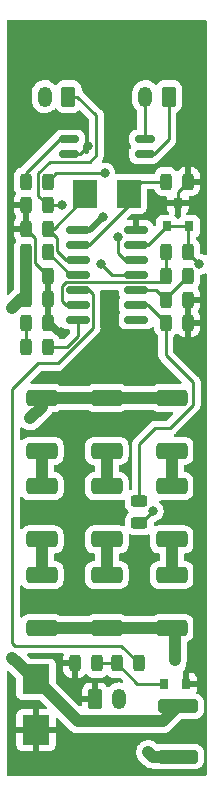
<source format=gbr>
%TF.GenerationSoftware,KiCad,Pcbnew,(6.0.2)*%
%TF.CreationDate,2022-02-16T12:52:40-05:00*%
%TF.ProjectId,aquabotsBMSModule,61717561-626f-4747-9342-4d534d6f6475,rev?*%
%TF.SameCoordinates,Original*%
%TF.FileFunction,Copper,L1,Top*%
%TF.FilePolarity,Positive*%
%FSLAX46Y46*%
G04 Gerber Fmt 4.6, Leading zero omitted, Abs format (unit mm)*
G04 Created by KiCad (PCBNEW (6.0.2)) date 2022-02-16 12:52:40*
%MOMM*%
%LPD*%
G01*
G04 APERTURE LIST*
G04 Aperture macros list*
%AMRoundRect*
0 Rectangle with rounded corners*
0 $1 Rounding radius*
0 $2 $3 $4 $5 $6 $7 $8 $9 X,Y pos of 4 corners*
0 Add a 4 corners polygon primitive as box body*
4,1,4,$2,$3,$4,$5,$6,$7,$8,$9,$2,$3,0*
0 Add four circle primitives for the rounded corners*
1,1,$1+$1,$2,$3*
1,1,$1+$1,$4,$5*
1,1,$1+$1,$6,$7*
1,1,$1+$1,$8,$9*
0 Add four rect primitives between the rounded corners*
20,1,$1+$1,$2,$3,$4,$5,0*
20,1,$1+$1,$4,$5,$6,$7,0*
20,1,$1+$1,$6,$7,$8,$9,0*
20,1,$1+$1,$8,$9,$2,$3,0*%
G04 Aperture macros list end*
%TA.AperFunction,SMDPad,CuDef*%
%ADD10RoundRect,0.150000X-0.825000X-0.150000X0.825000X-0.150000X0.825000X0.150000X-0.825000X0.150000X0*%
%TD*%
%TA.AperFunction,SMDPad,CuDef*%
%ADD11RoundRect,0.243750X-0.243750X-0.456250X0.243750X-0.456250X0.243750X0.456250X-0.243750X0.456250X0*%
%TD*%
%TA.AperFunction,SMDPad,CuDef*%
%ADD12RoundRect,0.243750X0.243750X0.456250X-0.243750X0.456250X-0.243750X-0.456250X0.243750X-0.456250X0*%
%TD*%
%TA.AperFunction,SMDPad,CuDef*%
%ADD13R,2.300000X2.500000*%
%TD*%
%TA.AperFunction,SMDPad,CuDef*%
%ADD14RoundRect,0.250000X-1.450000X0.312500X-1.450000X-0.312500X1.450000X-0.312500X1.450000X0.312500X0*%
%TD*%
%TA.AperFunction,ComponentPad*%
%ADD15RoundRect,0.250000X-0.350000X-0.625000X0.350000X-0.625000X0.350000X0.625000X-0.350000X0.625000X0*%
%TD*%
%TA.AperFunction,ComponentPad*%
%ADD16O,1.200000X1.750000*%
%TD*%
%TA.AperFunction,SMDPad,CuDef*%
%ADD17R,0.800000X0.900000*%
%TD*%
%TA.AperFunction,SMDPad,CuDef*%
%ADD18RoundRect,0.250000X-1.075000X0.425000X-1.075000X-0.425000X1.075000X-0.425000X1.075000X0.425000X0*%
%TD*%
%TA.AperFunction,SMDPad,CuDef*%
%ADD19RoundRect,0.243750X0.456250X-0.243750X0.456250X0.243750X-0.456250X0.243750X-0.456250X-0.243750X0*%
%TD*%
%TA.AperFunction,ComponentPad*%
%ADD20RoundRect,0.250000X0.350000X0.625000X-0.350000X0.625000X-0.350000X-0.625000X0.350000X-0.625000X0*%
%TD*%
%TA.AperFunction,SMDPad,CuDef*%
%ADD21R,2.000000X2.400000*%
%TD*%
%TA.AperFunction,SMDPad,CuDef*%
%ADD22RoundRect,0.150000X-0.662500X-0.150000X0.662500X-0.150000X0.662500X0.150000X-0.662500X0.150000X0*%
%TD*%
%TA.AperFunction,ViaPad*%
%ADD23C,0.800000*%
%TD*%
%TA.AperFunction,Conductor*%
%ADD24C,0.250000*%
%TD*%
%TA.AperFunction,Conductor*%
%ADD25C,0.500000*%
%TD*%
%TA.AperFunction,Conductor*%
%ADD26C,1.000000*%
%TD*%
G04 APERTURE END LIST*
D10*
%TO.P,ATTINY841,1*%
%TO.N,VCC*%
X127525000Y-60290000D03*
%TO.P,ATTINY841,2*%
%TO.N,Net-(ATTINY841-Pad2)*%
X127525000Y-61560000D03*
%TO.P,ATTINY841,3*%
%TO.N,Net-(ATTINY841-Pad3)*%
X127525000Y-62830000D03*
%TO.P,ATTINY841,4*%
%TO.N,Net-(ATTINY841-Pad4)*%
X127525000Y-64100000D03*
%TO.P,ATTINY841,5*%
%TO.N,DUMP_LOAD_ENABLE*%
X127525000Y-65370000D03*
%TO.P,ATTINY841,6*%
%TO.N,ENABLE*%
X127525000Y-66640000D03*
%TO.P,ATTINY841,7*%
%TO.N,Net-(ATTINY841-Pad7)*%
X127525000Y-67910000D03*
%TO.P,ATTINY841,8*%
%TO.N,MISO*%
X132475000Y-67910000D03*
%TO.P,ATTINY841,9*%
%TO.N,SCK*%
X132475000Y-66640000D03*
%TO.P,ATTINY841,10*%
%TO.N,Net-(ATTINY841-Pad10)*%
X132475000Y-65370000D03*
%TO.P,ATTINY841,11*%
%TO.N,RXD0*%
X132475000Y-64100000D03*
%TO.P,ATTINY841,12*%
%TO.N,TXD0*%
X132475000Y-62830000D03*
%TO.P,ATTINY841,13*%
%TO.N,VREF*%
X132475000Y-61560000D03*
%TO.P,ATTINY841,14*%
%TO.N,GND*%
X132475000Y-60290000D03*
%TD*%
D11*
%TO.P,C2,1*%
%TO.N,VCC*%
X123125000Y-66167855D03*
%TO.P,C2,2*%
%TO.N,GND*%
X125000000Y-66167855D03*
%TD*%
D12*
%TO.P,C5,1*%
%TO.N,Net-(ATTINY841-Pad3)*%
X125000000Y-60187142D03*
%TO.P,C5,2*%
%TO.N,GND*%
X123125000Y-60187142D03*
%TD*%
D13*
%TO.P,D2,1*%
%TO.N,VCC*%
X124000000Y-98350000D03*
%TO.P,D2,2*%
%TO.N,GND*%
X124000000Y-102650000D03*
%TD*%
D14*
%TO.P,F1,1*%
%TO.N,VCC*%
X136000000Y-100612500D03*
%TO.P,F1,2*%
%TO.N,Net-(F1-Pad2)*%
X136000000Y-104887500D03*
%TD*%
D15*
%TO.P,POWER1,1*%
%TO.N,GND*%
X129000000Y-100000000D03*
D16*
%TO.P,POWER1,2*%
%TO.N,Net-(F1-Pad2)*%
X131000000Y-100000000D03*
%TD*%
D17*
%TO.P,Q1,1*%
%TO.N,Net-(Q1-Pad1)*%
X134800000Y-98750000D03*
%TO.P,Q1,2*%
%TO.N,GND*%
X136700000Y-98750000D03*
%TO.P,Q1,3*%
%TO.N,Net-(Q1-Pad3)*%
X135750000Y-96750000D03*
%TD*%
D11*
%TO.P,R3,1*%
%TO.N,ENABLE*%
X135000000Y-64200000D03*
%TO.P,R3,2*%
%TO.N,Net-(ATTINY841-Pad10)*%
X136875000Y-64200000D03*
%TD*%
%TO.P,R4,1*%
%TO.N,Net-(ATTINY841-Pad10)*%
X135000000Y-66200000D03*
%TO.P,R4,2*%
%TO.N,GND*%
X136875000Y-66200000D03*
%TD*%
%TO.P,R5,1*%
%TO.N,Net-(R5-Pad1)*%
X123125000Y-56200000D03*
%TO.P,R5,2*%
%TO.N,TXD0*%
X125000000Y-56200000D03*
%TD*%
D18*
%TO.P,R8,1*%
%TO.N,Net-(R6-Pad2)*%
X135500000Y-82000000D03*
%TO.P,R8,2*%
%TO.N,Net-(R12-Pad1)*%
X135500000Y-86500000D03*
%TD*%
%TO.P,R12,1*%
%TO.N,Net-(R12-Pad1)*%
X135500000Y-89500000D03*
%TO.P,R12,2*%
%TO.N,Net-(Q1-Pad3)*%
X135500000Y-94000000D03*
%TD*%
D11*
%TO.P,R16,1*%
%TO.N,GND*%
X123125000Y-58200000D03*
%TO.P,R16,2*%
%TO.N,RXD0*%
X125000000Y-58200000D03*
%TD*%
D12*
%TO.P,R18,1*%
%TO.N,GND*%
X125000000Y-68161426D03*
%TO.P,R18,2*%
%TO.N,Net-(D4-Pad1)*%
X123125000Y-68161426D03*
%TD*%
D19*
%TO.P,R19,1*%
%TO.N,VREF*%
X132750000Y-85125000D03*
%TO.P,R19,2*%
%TO.N,SCK*%
X132750000Y-83250000D03*
%TD*%
D11*
%TO.P,R20,1*%
%TO.N,SCK*%
X135000000Y-68161426D03*
%TO.P,R20,2*%
%TO.N,GND*%
X136875000Y-68161426D03*
%TD*%
D18*
%TO.P,R25,1*%
%TO.N,Net-(R22-Pad2)*%
X130000000Y-82000000D03*
%TO.P,R25,2*%
%TO.N,Net-(R25-Pad2)*%
X130000000Y-86500000D03*
%TD*%
%TO.P,R26,1*%
%TO.N,Net-(R24-Pad2)*%
X124500000Y-82000000D03*
%TO.P,R26,2*%
%TO.N,Net-(R26-Pad2)*%
X124500000Y-86500000D03*
%TD*%
%TO.P,R29,1*%
%TO.N,Net-(R25-Pad2)*%
X130000000Y-89500000D03*
%TO.P,R29,2*%
%TO.N,Net-(Q1-Pad3)*%
X130000000Y-94000000D03*
%TD*%
%TO.P,R30,1*%
%TO.N,Net-(R26-Pad2)*%
X124500000Y-89500000D03*
%TO.P,R30,2*%
%TO.N,Net-(Q1-Pad3)*%
X124500000Y-94000000D03*
%TD*%
D20*
%TO.P,RX1,1*%
%TO.N,RXD0*%
X126750000Y-49000000D03*
D16*
%TO.P,RX1,2*%
%TO.N,VCC*%
X124750000Y-49000000D03*
%TD*%
D20*
%TO.P,TX1,1*%
%TO.N,Net-(TX1-Pad1)*%
X135250000Y-49000000D03*
D16*
%TO.P,TX1,2*%
%TO.N,Net-(TX1-Pad2)*%
X133250000Y-49000000D03*
%TD*%
D21*
%TO.P,Y1,1*%
%TO.N,Net-(ATTINY841-Pad3)*%
X128150000Y-57250000D03*
%TO.P,Y1,2*%
%TO.N,Net-(ATTINY841-Pad2)*%
X131850000Y-57250000D03*
%TD*%
D11*
%TO.P,D4,1*%
%TO.N,Net-(D4-Pad1)*%
X123125000Y-70200000D03*
%TO.P,D4,2*%
%TO.N,Net-(ATTINY841-Pad7)*%
X125000000Y-70200000D03*
%TD*%
D18*
%TO.P,R24,1*%
%TO.N,VCC*%
X124500000Y-74500000D03*
%TO.P,R24,2*%
%TO.N,Net-(R24-Pad2)*%
X124500000Y-79000000D03*
%TD*%
%TO.P,R6,1*%
%TO.N,VCC*%
X135500000Y-74500000D03*
%TO.P,R6,2*%
%TO.N,Net-(R6-Pad2)*%
X135500000Y-79000000D03*
%TD*%
%TO.P,R22,1*%
%TO.N,VCC*%
X130000000Y-74500000D03*
%TO.P,R22,2*%
%TO.N,Net-(R22-Pad2)*%
X130000000Y-79000000D03*
%TD*%
D11*
%TO.P,C4,1*%
%TO.N,Net-(ATTINY841-Pad2)*%
X135000000Y-56200000D03*
%TO.P,C4,2*%
%TO.N,GND*%
X136875000Y-56200000D03*
%TD*%
%TO.P,C1,1*%
%TO.N,VCC*%
X123125000Y-64174284D03*
%TO.P,C1,2*%
%TO.N,GND*%
X125000000Y-64174284D03*
%TD*%
D22*
%TO.P,U1,1*%
%TO.N,Net-(R5-Pad1)*%
X126812500Y-52615000D03*
%TO.P,U1,2*%
%TO.N,GND*%
X126812500Y-53885000D03*
%TO.P,U1,3*%
%TO.N,Net-(TX1-Pad1)*%
X133187500Y-53885000D03*
%TO.P,U1,4*%
%TO.N,Net-(TX1-Pad2)*%
X133187500Y-52615000D03*
%TD*%
D11*
%TO.P,R1,1*%
%TO.N,VCC*%
X123125000Y-62180713D03*
%TO.P,R1,2*%
%TO.N,Net-(ATTINY841-Pad4)*%
X125000000Y-62180713D03*
%TD*%
%TO.P,R2,1*%
%TO.N,ENABLE*%
X135000000Y-62170000D03*
%TO.P,R2,2*%
%TO.N,VREF*%
X136875000Y-62170000D03*
%TD*%
D17*
%TO.P,D1,1*%
%TO.N,VREF*%
X135057500Y-60000000D03*
%TO.P,D1,2*%
X136957500Y-60000000D03*
%TO.P,D1,3*%
%TO.N,GND*%
X136007500Y-58000000D03*
%TD*%
D11*
%TO.P,R14,1*%
%TO.N,Net-(Q1-Pad1)*%
X130832500Y-97000000D03*
%TO.P,R14,2*%
%TO.N,DUMP_LOAD_ENABLE*%
X132707500Y-97000000D03*
%TD*%
D12*
%TO.P,R15,1*%
%TO.N,Net-(Q1-Pad1)*%
X129167500Y-97000000D03*
%TO.P,R15,2*%
%TO.N,GND*%
X127292500Y-97000000D03*
%TD*%
D23*
%TO.N,GND*%
X135250000Y-44750000D03*
X137600000Y-58100000D03*
X127200000Y-91400000D03*
X127200000Y-76800000D03*
X136900000Y-53700000D03*
X136400000Y-102900000D03*
X130300000Y-67200000D03*
X136300000Y-70100000D03*
X130000000Y-48800000D03*
X132700000Y-91400000D03*
X127300000Y-104500000D03*
X125600000Y-51100000D03*
X127200000Y-84300000D03*
X131000000Y-54100000D03*
X124800000Y-44750000D03*
X131000000Y-52450000D03*
X134200000Y-58200000D03*
X130100000Y-104500000D03*
X137700000Y-77000000D03*
X127300000Y-98700000D03*
X135900000Y-84400000D03*
X126200000Y-69000000D03*
X132700000Y-91400000D03*
X130000000Y-44750000D03*
X128375000Y-53200000D03*
%TO.N,VREF*%
X133900000Y-84100000D03*
X137800000Y-63200000D03*
%TO.N,TXD0*%
X130900000Y-60900000D03*
X129800000Y-55500000D03*
%TO.N,RXD0*%
X129500000Y-63200000D03*
X126200000Y-58200000D03*
%TO.N,VCC*%
X132750000Y-74500000D03*
X127250000Y-74500000D03*
X122000000Y-96500000D03*
X129700000Y-59200000D03*
X122000000Y-66900000D03*
X123500000Y-76250000D03*
%TO.N,Net-(F1-Pad2)*%
X133500000Y-104500000D03*
%TO.N,Net-(Q1-Pad3)*%
X127250000Y-94000000D03*
X132750000Y-94000000D03*
X135750000Y-95450000D03*
%TD*%
D24*
%TO.N,ENABLE*%
X135000000Y-64200000D02*
X135000000Y-62170000D01*
%TO.N,GND*%
X124000000Y-101900000D02*
X123900000Y-101900000D01*
X136007500Y-58000000D02*
X136007500Y-57067500D01*
D25*
X125161426Y-68161426D02*
X126100000Y-69100000D01*
X126200000Y-69000000D02*
X125838574Y-69000000D01*
X125838574Y-69000000D02*
X125000000Y-68161426D01*
D24*
X125000000Y-68161426D02*
X125161426Y-68161426D01*
X123125000Y-60187142D02*
X123950010Y-61012152D01*
X125000000Y-66167855D02*
X125000000Y-64174284D01*
X123950010Y-63124294D02*
X125000000Y-64174284D01*
X136007500Y-57067500D02*
X136875000Y-56200000D01*
X123950010Y-61012152D02*
X123950010Y-63124294D01*
X125000000Y-68161426D02*
X125000000Y-66167855D01*
X127690000Y-53885000D02*
X128375000Y-53200000D01*
X126812500Y-53885000D02*
X127690000Y-53885000D01*
%TO.N,VREF*%
X132750000Y-85125000D02*
X132875000Y-85125000D01*
X136875000Y-60082500D02*
X136957500Y-60000000D01*
X135057500Y-60000000D02*
X136957500Y-60000000D01*
X136875000Y-62170000D02*
X136875000Y-60082500D01*
X136875000Y-62170000D02*
X136875000Y-62275000D01*
X136875000Y-62275000D02*
X137800000Y-63200000D01*
X132875000Y-85125000D02*
X133900000Y-84100000D01*
X135057500Y-60000000D02*
X133497500Y-61560000D01*
X133497500Y-61560000D02*
X132475000Y-61560000D01*
%TO.N,TXD0*%
X125000000Y-56200000D02*
X125700000Y-55500000D01*
X130900000Y-62230000D02*
X130900000Y-60900000D01*
X131500000Y-62830000D02*
X130900000Y-62230000D01*
X132475000Y-62830000D02*
X131500000Y-62830000D01*
X125700000Y-55500000D02*
X129800000Y-55500000D01*
%TO.N,RXD0*%
X126200000Y-58200000D02*
X125000000Y-58200000D01*
X129100000Y-53981768D02*
X129100000Y-50600000D01*
X125185640Y-54510010D02*
X128571758Y-54510010D01*
X127500000Y-49000000D02*
X126750000Y-49000000D01*
X124187490Y-55508160D02*
X125185640Y-54510010D01*
X124187490Y-57387490D02*
X124187490Y-55508160D01*
X129100000Y-50600000D02*
X127500000Y-49000000D01*
X128571758Y-54510010D02*
X129100000Y-53981768D01*
X125000000Y-58200000D02*
X124187490Y-57387490D01*
X132475000Y-64100000D02*
X130400000Y-64100000D01*
X130400000Y-64100000D02*
X129500000Y-63200000D01*
%TO.N,Net-(ATTINY841-Pad10)*%
X134170000Y-65370000D02*
X135000000Y-66200000D01*
X135000000Y-66075000D02*
X135000000Y-66200000D01*
X136875000Y-64200000D02*
X135000000Y-66075000D01*
X132475000Y-65370000D02*
X134170000Y-65370000D01*
%TO.N,SCK*%
X135313190Y-77086810D02*
X137300000Y-75100000D01*
X137300000Y-75100000D02*
X137300000Y-73200000D01*
X134100000Y-77100000D02*
X135313190Y-77100000D01*
X132475000Y-66640000D02*
X133478574Y-66640000D01*
X135000000Y-68161426D02*
X135000000Y-70900000D01*
X135000000Y-70900000D02*
X137300000Y-73200000D01*
X132750000Y-83250000D02*
X132750000Y-78450000D01*
X132750000Y-78450000D02*
X134100000Y-77100000D01*
X133478574Y-66640000D02*
X135000000Y-68161426D01*
%TO.N,Net-(ATTINY841-Pad7)*%
X126600000Y-70200000D02*
X127525000Y-69275000D01*
X127525000Y-69275000D02*
X127525000Y-67910000D01*
X125000000Y-70200000D02*
X126600000Y-70200000D01*
%TO.N,ENABLE*%
X126224990Y-66314990D02*
X126224990Y-65023242D01*
X127525000Y-66640000D02*
X126550000Y-66640000D01*
X126224990Y-65023242D02*
X126523222Y-64725010D01*
X134474990Y-64725010D02*
X135000000Y-64200000D01*
X126550000Y-66640000D02*
X126224990Y-66314990D01*
X126523222Y-64725010D02*
X134474990Y-64725010D01*
%TO.N,DUMP_LOAD_ENABLE*%
X131207500Y-95500000D02*
X122250000Y-95500000D01*
X132707500Y-97000000D02*
X131207500Y-95500000D01*
X128825010Y-65695010D02*
X128825010Y-68611400D01*
X122000000Y-73762546D02*
X122000000Y-95250000D01*
X124162546Y-71600000D02*
X122000000Y-73762546D01*
X125836410Y-71600000D02*
X124162546Y-71600000D01*
X128825010Y-68611400D02*
X125836410Y-71600000D01*
X122000000Y-95250000D02*
X122250000Y-95500000D01*
X128500000Y-65370000D02*
X128825010Y-65695010D01*
X127525000Y-65370000D02*
X128500000Y-65370000D01*
%TO.N,Net-(ATTINY841-Pad4)*%
X127525000Y-64100000D02*
X126919287Y-64100000D01*
X126919287Y-64100000D02*
X125000000Y-62180713D01*
%TO.N,Net-(ATTINY841-Pad3)*%
X125487500Y-60187142D02*
X128150000Y-57524642D01*
X128150000Y-57524642D02*
X128150000Y-57250000D01*
X125812510Y-60999652D02*
X125000000Y-60187142D01*
X125000000Y-60187142D02*
X125487500Y-60187142D01*
X125812510Y-62092510D02*
X125812510Y-60999652D01*
X126550000Y-62830000D02*
X125812510Y-62092510D01*
X127525000Y-62830000D02*
X126550000Y-62830000D01*
%TO.N,Net-(ATTINY841-Pad2)*%
X128500000Y-61560000D02*
X131850000Y-58210000D01*
X131850000Y-58210000D02*
X131850000Y-57250000D01*
X135000000Y-56200000D02*
X132900000Y-56200000D01*
X132900000Y-56200000D02*
X131850000Y-57250000D01*
X127525000Y-61560000D02*
X128500000Y-61560000D01*
D26*
%TO.N,VCC*%
X123850000Y-98350000D02*
X122500000Y-97000000D01*
X133300000Y-101900000D02*
X127900010Y-101900000D01*
X123125000Y-66167855D02*
X123125000Y-64174284D01*
X124000000Y-98350000D02*
X123850000Y-98350000D01*
D25*
X127525000Y-60290000D02*
X128610000Y-60290000D01*
D26*
X127550000Y-101900000D02*
X124000000Y-98350000D01*
X122732145Y-66167855D02*
X122000000Y-66900000D01*
X127900010Y-101900000D02*
X127550000Y-101900000D01*
X124500000Y-74500000D02*
X124500000Y-75250000D01*
X123125000Y-66167855D02*
X122732145Y-66167855D01*
X123125000Y-62180713D02*
X123125000Y-64174284D01*
X134712500Y-101900000D02*
X133300000Y-101900000D01*
D25*
X128610000Y-60290000D02*
X129700000Y-59200000D01*
D26*
X124500000Y-74500000D02*
X130000000Y-74500000D01*
X124500000Y-75250000D02*
X123500000Y-76250000D01*
X122500000Y-97000000D02*
X122000000Y-96500000D01*
X135500000Y-74500000D02*
X130000000Y-74500000D01*
X136000000Y-100612500D02*
X134712500Y-101900000D01*
D24*
%TO.N,Net-(D4-Pad1)*%
X123125000Y-68161426D02*
X123125000Y-70200000D01*
D26*
%TO.N,Net-(F1-Pad2)*%
X136000000Y-104887500D02*
X133887500Y-104887500D01*
X133887500Y-104887500D02*
X133500000Y-104500000D01*
%TO.N,Net-(Q1-Pad3)*%
X135750000Y-95450000D02*
X135750000Y-94250000D01*
X132800000Y-94000000D02*
X130000000Y-94000000D01*
X127200000Y-94000000D02*
X124500000Y-94000000D01*
X135500000Y-94000000D02*
X132800000Y-94000000D01*
X135750000Y-96750000D02*
X135750000Y-95450000D01*
X130000000Y-94000000D02*
X127200000Y-94000000D01*
X135750000Y-94250000D02*
X135500000Y-94000000D01*
D24*
%TO.N,Net-(Q1-Pad1)*%
X132582500Y-98750000D02*
X130832500Y-97000000D01*
X134800000Y-98750000D02*
X132582500Y-98750000D01*
X130832500Y-97000000D02*
X129167500Y-97000000D01*
%TO.N,Net-(R5-Pad1)*%
X126010000Y-52615000D02*
X126812500Y-52615000D01*
X123125000Y-56200000D02*
X123125000Y-55500000D01*
X123125000Y-55500000D02*
X126010000Y-52615000D01*
D26*
%TO.N,Net-(R6-Pad2)*%
X135500000Y-79000000D02*
X135500000Y-82000000D01*
%TO.N,Net-(R12-Pad1)*%
X135500000Y-89500000D02*
X135500000Y-86500000D01*
%TO.N,Net-(R22-Pad2)*%
X130000000Y-79000000D02*
X130000000Y-82000000D01*
%TO.N,Net-(R24-Pad2)*%
X124500000Y-79000000D02*
X124500000Y-82000000D01*
%TO.N,Net-(R25-Pad2)*%
X130000000Y-89500000D02*
X130000000Y-86500000D01*
%TO.N,Net-(R26-Pad2)*%
X124500000Y-89500000D02*
X124500000Y-86500000D01*
D24*
%TO.N,Net-(TX1-Pad2)*%
X133187500Y-49062500D02*
X133250000Y-49000000D01*
X133187500Y-52615000D02*
X133187500Y-49062500D01*
%TO.N,Net-(TX1-Pad1)*%
X133187500Y-53885000D02*
X134000000Y-53885000D01*
X135250000Y-52635000D02*
X135250000Y-49000000D01*
X134000000Y-53885000D02*
X135250000Y-52635000D01*
%TD*%
%TA.AperFunction,Conductor*%
%TO.N,GND*%
G36*
X138427958Y-63957775D02*
G01*
X138477438Y-64008689D01*
X138492000Y-64067489D01*
X138492000Y-106366000D01*
X138471998Y-106434121D01*
X138418342Y-106480614D01*
X138366000Y-106492000D01*
X121634000Y-106492000D01*
X121565879Y-106471998D01*
X121519386Y-106418342D01*
X121508000Y-106366000D01*
X121508000Y-104489388D01*
X132486676Y-104489388D01*
X132503913Y-104686413D01*
X132505632Y-104692330D01*
X132505633Y-104692335D01*
X132543614Y-104823064D01*
X132559091Y-104876336D01*
X132650108Y-105051926D01*
X132653948Y-105056736D01*
X132744542Y-105170223D01*
X132744549Y-105170230D01*
X132746738Y-105172973D01*
X133130652Y-105556887D01*
X133139742Y-105567017D01*
X133163468Y-105596525D01*
X133168192Y-105600489D01*
X133201921Y-105628791D01*
X133205569Y-105631972D01*
X133207381Y-105633615D01*
X133209575Y-105635809D01*
X133242849Y-105663142D01*
X133243647Y-105663804D01*
X133314974Y-105723654D01*
X133319644Y-105726222D01*
X133323761Y-105729603D01*
X133405620Y-105773495D01*
X133406780Y-105774124D01*
X133482889Y-105815966D01*
X133482894Y-105815968D01*
X133488287Y-105818933D01*
X133493365Y-105820544D01*
X133498063Y-105823063D01*
X133586998Y-105850253D01*
X133588202Y-105850628D01*
X133676806Y-105878735D01*
X133682097Y-105879328D01*
X133687198Y-105880888D01*
X133779811Y-105890295D01*
X133780931Y-105890415D01*
X133830727Y-105896000D01*
X133834256Y-105896000D01*
X133835239Y-105896055D01*
X133840926Y-105896503D01*
X133861183Y-105898560D01*
X133877836Y-105900252D01*
X133877839Y-105900252D01*
X133883963Y-105900874D01*
X133929612Y-105896559D01*
X133941469Y-105896000D01*
X134218625Y-105896000D01*
X134258292Y-105902407D01*
X134388611Y-105945632D01*
X134388613Y-105945632D01*
X134395139Y-105947797D01*
X134401975Y-105948497D01*
X134401978Y-105948498D01*
X134445031Y-105952909D01*
X134499600Y-105958500D01*
X137500400Y-105958500D01*
X137503646Y-105958163D01*
X137503650Y-105958163D01*
X137599308Y-105948238D01*
X137599312Y-105948237D01*
X137606166Y-105947526D01*
X137612702Y-105945345D01*
X137612704Y-105945345D01*
X137766998Y-105893868D01*
X137773946Y-105891550D01*
X137924348Y-105798478D01*
X137949288Y-105773495D01*
X138044134Y-105678483D01*
X138049305Y-105673303D01*
X138076743Y-105628791D01*
X138138275Y-105528968D01*
X138138276Y-105528966D01*
X138142115Y-105522738D01*
X138197797Y-105354861D01*
X138208500Y-105250400D01*
X138208500Y-104524600D01*
X138205483Y-104495523D01*
X138198238Y-104425692D01*
X138198237Y-104425688D01*
X138197526Y-104418834D01*
X138193912Y-104408000D01*
X138143868Y-104258002D01*
X138141550Y-104251054D01*
X138048478Y-104100652D01*
X137923303Y-103975695D01*
X137917072Y-103971854D01*
X137778968Y-103886725D01*
X137778966Y-103886724D01*
X137772738Y-103882885D01*
X137644833Y-103840461D01*
X137611389Y-103829368D01*
X137611387Y-103829368D01*
X137604861Y-103827203D01*
X137598025Y-103826503D01*
X137598022Y-103826502D01*
X137554969Y-103822091D01*
X137500400Y-103816500D01*
X134499600Y-103816500D01*
X134496354Y-103816837D01*
X134496350Y-103816837D01*
X134466417Y-103819943D01*
X134393834Y-103827474D01*
X134369902Y-103835459D01*
X134362652Y-103837877D01*
X134291702Y-103840461D01*
X134233682Y-103807448D01*
X134177925Y-103751691D01*
X134063739Y-103657897D01*
X133889437Y-103564438D01*
X133780781Y-103531218D01*
X133706200Y-103508416D01*
X133706198Y-103508416D01*
X133700302Y-103506613D01*
X133642449Y-103500736D01*
X133509666Y-103487248D01*
X133509661Y-103487248D01*
X133503538Y-103486626D01*
X133379475Y-103498354D01*
X133312771Y-103504659D01*
X133312769Y-103504659D01*
X133306638Y-103505239D01*
X133211871Y-103533490D01*
X133123007Y-103559981D01*
X133123005Y-103559982D01*
X133117104Y-103561741D01*
X132942154Y-103653982D01*
X132788453Y-103778447D01*
X132784508Y-103783182D01*
X132701439Y-103882885D01*
X132661854Y-103930396D01*
X132567178Y-104104041D01*
X132565335Y-104109923D01*
X132523060Y-104244824D01*
X132508035Y-104292768D01*
X132507370Y-104298891D01*
X132507369Y-104298895D01*
X132494340Y-104418834D01*
X132486676Y-104489388D01*
X121508000Y-104489388D01*
X121508000Y-103944669D01*
X122342001Y-103944669D01*
X122342371Y-103951490D01*
X122347895Y-104002352D01*
X122351521Y-104017604D01*
X122396676Y-104138054D01*
X122405214Y-104153649D01*
X122481715Y-104255724D01*
X122494276Y-104268285D01*
X122596351Y-104344786D01*
X122611946Y-104353324D01*
X122732394Y-104398478D01*
X122747649Y-104402105D01*
X122798514Y-104407631D01*
X122805328Y-104408000D01*
X123727885Y-104408000D01*
X123743124Y-104403525D01*
X123744329Y-104402135D01*
X123746000Y-104394452D01*
X123746000Y-104389884D01*
X124254000Y-104389884D01*
X124258475Y-104405123D01*
X124259865Y-104406328D01*
X124267548Y-104407999D01*
X125194669Y-104407999D01*
X125201490Y-104407629D01*
X125252352Y-104402105D01*
X125267604Y-104398479D01*
X125388054Y-104353324D01*
X125403649Y-104344786D01*
X125505724Y-104268285D01*
X125518285Y-104255724D01*
X125594786Y-104153649D01*
X125603324Y-104138054D01*
X125648478Y-104017606D01*
X125652105Y-104002351D01*
X125657631Y-103951486D01*
X125658000Y-103944672D01*
X125658000Y-102922115D01*
X125653525Y-102906876D01*
X125652135Y-102905671D01*
X125644452Y-102904000D01*
X124272115Y-102904000D01*
X124256876Y-102908475D01*
X124255671Y-102909865D01*
X124254000Y-102917548D01*
X124254000Y-104389884D01*
X123746000Y-104389884D01*
X123746000Y-102922115D01*
X123741525Y-102906876D01*
X123740135Y-102905671D01*
X123732452Y-102904000D01*
X122360116Y-102904000D01*
X122344877Y-102908475D01*
X122343672Y-102909865D01*
X122342001Y-102917548D01*
X122342001Y-103944669D01*
X121508000Y-103944669D01*
X121508000Y-102377885D01*
X122342000Y-102377885D01*
X122346475Y-102393124D01*
X122347865Y-102394329D01*
X122355548Y-102396000D01*
X123727885Y-102396000D01*
X123743124Y-102391525D01*
X123744329Y-102390135D01*
X123746000Y-102382452D01*
X123746000Y-100910116D01*
X123741525Y-100894877D01*
X123740135Y-100893672D01*
X123732452Y-100892001D01*
X122805331Y-100892001D01*
X122798510Y-100892371D01*
X122747648Y-100897895D01*
X122732396Y-100901521D01*
X122611946Y-100946676D01*
X122596351Y-100955214D01*
X122494276Y-101031715D01*
X122481715Y-101044276D01*
X122405214Y-101146351D01*
X122396676Y-101161946D01*
X122351522Y-101282394D01*
X122347895Y-101297649D01*
X122342369Y-101348514D01*
X122342000Y-101355328D01*
X122342000Y-102377885D01*
X121508000Y-102377885D01*
X121508000Y-97738425D01*
X121528002Y-97670304D01*
X121581658Y-97623811D01*
X121651932Y-97613707D01*
X121716512Y-97643201D01*
X121723095Y-97649330D01*
X122304595Y-98230830D01*
X122338621Y-98293142D01*
X122341500Y-98319925D01*
X122341500Y-99648134D01*
X122348255Y-99710316D01*
X122399385Y-99846705D01*
X122486739Y-99963261D01*
X122603295Y-100050615D01*
X122739684Y-100101745D01*
X122801866Y-100108500D01*
X124280075Y-100108500D01*
X124348196Y-100128502D01*
X124369170Y-100145405D01*
X124900670Y-100676905D01*
X124934696Y-100739217D01*
X124929631Y-100810032D01*
X124887084Y-100866868D01*
X124820564Y-100891679D01*
X124811575Y-100892000D01*
X124272115Y-100892000D01*
X124256876Y-100896475D01*
X124255671Y-100897865D01*
X124254000Y-100905548D01*
X124254000Y-102377885D01*
X124258475Y-102393124D01*
X124259865Y-102394329D01*
X124267548Y-102396000D01*
X125639884Y-102396000D01*
X125655123Y-102391525D01*
X125656328Y-102390135D01*
X125657999Y-102382452D01*
X125657999Y-101738423D01*
X125678001Y-101670302D01*
X125731657Y-101623809D01*
X125801931Y-101613705D01*
X125866511Y-101643199D01*
X125873094Y-101649328D01*
X126793145Y-102569379D01*
X126802247Y-102579522D01*
X126825968Y-102609025D01*
X126837933Y-102619065D01*
X126864421Y-102641291D01*
X126868069Y-102644472D01*
X126869881Y-102646115D01*
X126872075Y-102648309D01*
X126905349Y-102675642D01*
X126906147Y-102676304D01*
X126977474Y-102736154D01*
X126982144Y-102738722D01*
X126986261Y-102742103D01*
X127006079Y-102752729D01*
X127068086Y-102785977D01*
X127069245Y-102786606D01*
X127145381Y-102828462D01*
X127145389Y-102828465D01*
X127150787Y-102831433D01*
X127155869Y-102833045D01*
X127160563Y-102835562D01*
X127249531Y-102862762D01*
X127250559Y-102863082D01*
X127339306Y-102891235D01*
X127344602Y-102891829D01*
X127349698Y-102893387D01*
X127442257Y-102902790D01*
X127443393Y-102902911D01*
X127477008Y-102906681D01*
X127489730Y-102908108D01*
X127489734Y-102908108D01*
X127493227Y-102908500D01*
X127496754Y-102908500D01*
X127497739Y-102908555D01*
X127503419Y-102909002D01*
X127532825Y-102911989D01*
X127540337Y-102912752D01*
X127540339Y-102912752D01*
X127546462Y-102913374D01*
X127592108Y-102909059D01*
X127603967Y-102908500D01*
X134650657Y-102908500D01*
X134664264Y-102909237D01*
X134695762Y-102912659D01*
X134695767Y-102912659D01*
X134701888Y-102913324D01*
X134728138Y-102911027D01*
X134751888Y-102908950D01*
X134756714Y-102908621D01*
X134759186Y-102908500D01*
X134762269Y-102908500D01*
X134774238Y-102907326D01*
X134805006Y-102904310D01*
X134806319Y-102904188D01*
X134850584Y-102900315D01*
X134898913Y-102896087D01*
X134904032Y-102894600D01*
X134909333Y-102894080D01*
X134998334Y-102867209D01*
X134999467Y-102866874D01*
X135082914Y-102842630D01*
X135082918Y-102842628D01*
X135088836Y-102840909D01*
X135093568Y-102838456D01*
X135098669Y-102836916D01*
X135105673Y-102833192D01*
X135180760Y-102793269D01*
X135181926Y-102792657D01*
X135258953Y-102752729D01*
X135264426Y-102749892D01*
X135268589Y-102746569D01*
X135273296Y-102744066D01*
X135345418Y-102685245D01*
X135346274Y-102684554D01*
X135385473Y-102653262D01*
X135387977Y-102650758D01*
X135388695Y-102650116D01*
X135393028Y-102646415D01*
X135426562Y-102619065D01*
X135455791Y-102583733D01*
X135463772Y-102574963D01*
X136318329Y-101720405D01*
X136380642Y-101686380D01*
X136407425Y-101683500D01*
X137500400Y-101683500D01*
X137503646Y-101683163D01*
X137503650Y-101683163D01*
X137599308Y-101673238D01*
X137599312Y-101673237D01*
X137606166Y-101672526D01*
X137612702Y-101670345D01*
X137612704Y-101670345D01*
X137766998Y-101618868D01*
X137773946Y-101616550D01*
X137924348Y-101523478D01*
X138049305Y-101398303D01*
X138142115Y-101247738D01*
X138197797Y-101079861D01*
X138208500Y-100975400D01*
X138208500Y-100249600D01*
X138197526Y-100143834D01*
X138192244Y-100128000D01*
X138143868Y-99983002D01*
X138141550Y-99976054D01*
X138048478Y-99825652D01*
X137923303Y-99700695D01*
X137838034Y-99648134D01*
X137778968Y-99611725D01*
X137778966Y-99611724D01*
X137772738Y-99607885D01*
X137645240Y-99565596D01*
X137586880Y-99525166D01*
X137559643Y-99459601D01*
X137566925Y-99401773D01*
X137598478Y-99317606D01*
X137602105Y-99302351D01*
X137607631Y-99251486D01*
X137608000Y-99244672D01*
X137608000Y-99022115D01*
X137603525Y-99006876D01*
X137602135Y-99005671D01*
X137594452Y-99004000D01*
X136572000Y-99004000D01*
X136503879Y-98983998D01*
X136457386Y-98930342D01*
X136446000Y-98878000D01*
X136446000Y-98477885D01*
X136954000Y-98477885D01*
X136958475Y-98493124D01*
X136959865Y-98494329D01*
X136967548Y-98496000D01*
X137589884Y-98496000D01*
X137605123Y-98491525D01*
X137606328Y-98490135D01*
X137607999Y-98482452D01*
X137607999Y-98255331D01*
X137607629Y-98248510D01*
X137602105Y-98197648D01*
X137598479Y-98182396D01*
X137553324Y-98061946D01*
X137544786Y-98046351D01*
X137468285Y-97944276D01*
X137455724Y-97931715D01*
X137353649Y-97855214D01*
X137338054Y-97846676D01*
X137217606Y-97801522D01*
X137202351Y-97797895D01*
X137151486Y-97792369D01*
X137144672Y-97792000D01*
X136972115Y-97792000D01*
X136956876Y-97796475D01*
X136955671Y-97797865D01*
X136954000Y-97805548D01*
X136954000Y-98477885D01*
X136446000Y-98477885D01*
X136446000Y-97810116D01*
X136438528Y-97784669D01*
X136411181Y-97742115D01*
X136411181Y-97671118D01*
X136449566Y-97611393D01*
X136456512Y-97605792D01*
X136506081Y-97568642D01*
X136513261Y-97563261D01*
X136600615Y-97446705D01*
X136651745Y-97310316D01*
X136658500Y-97248134D01*
X136658500Y-97223280D01*
X136674085Y-97162579D01*
X136678467Y-97154608D01*
X136681433Y-97149213D01*
X136683846Y-97141608D01*
X136739373Y-96966564D01*
X136739373Y-96966563D01*
X136741235Y-96960694D01*
X136758500Y-96806773D01*
X136758500Y-95254197D01*
X136778502Y-95186076D01*
X136832158Y-95139583D01*
X136844623Y-95134674D01*
X136892002Y-95118867D01*
X136892004Y-95118866D01*
X136898946Y-95116550D01*
X137049348Y-95023478D01*
X137174305Y-94898303D01*
X137267115Y-94747738D01*
X137322797Y-94579861D01*
X137333500Y-94475400D01*
X137333500Y-93524600D01*
X137322526Y-93418834D01*
X137266550Y-93251054D01*
X137173478Y-93100652D01*
X137048303Y-92975695D01*
X137042072Y-92971854D01*
X136903968Y-92886725D01*
X136903966Y-92886724D01*
X136897738Y-92882885D01*
X136737254Y-92829655D01*
X136736389Y-92829368D01*
X136736387Y-92829368D01*
X136729861Y-92827203D01*
X136723025Y-92826503D01*
X136723022Y-92826502D01*
X136679969Y-92822091D01*
X136625400Y-92816500D01*
X134374600Y-92816500D01*
X134371354Y-92816837D01*
X134371350Y-92816837D01*
X134275692Y-92826762D01*
X134275688Y-92826763D01*
X134268834Y-92827474D01*
X134262298Y-92829655D01*
X134262296Y-92829655D01*
X134130194Y-92873728D01*
X134101054Y-92883450D01*
X133956919Y-92972644D01*
X133890616Y-92991500D01*
X131609658Y-92991500D01*
X131543542Y-92972760D01*
X131403968Y-92886725D01*
X131403966Y-92886724D01*
X131397738Y-92882885D01*
X131237254Y-92829655D01*
X131236389Y-92829368D01*
X131236387Y-92829368D01*
X131229861Y-92827203D01*
X131223025Y-92826503D01*
X131223022Y-92826502D01*
X131179969Y-92822091D01*
X131125400Y-92816500D01*
X128874600Y-92816500D01*
X128871354Y-92816837D01*
X128871350Y-92816837D01*
X128775692Y-92826762D01*
X128775688Y-92826763D01*
X128768834Y-92827474D01*
X128762298Y-92829655D01*
X128762296Y-92829655D01*
X128630194Y-92873728D01*
X128601054Y-92883450D01*
X128456919Y-92972644D01*
X128390616Y-92991500D01*
X126109658Y-92991500D01*
X126043542Y-92972760D01*
X125903968Y-92886725D01*
X125903966Y-92886724D01*
X125897738Y-92882885D01*
X125737254Y-92829655D01*
X125736389Y-92829368D01*
X125736387Y-92829368D01*
X125729861Y-92827203D01*
X125723025Y-92826503D01*
X125723022Y-92826502D01*
X125679969Y-92822091D01*
X125625400Y-92816500D01*
X123374600Y-92816500D01*
X123371354Y-92816837D01*
X123371350Y-92816837D01*
X123275692Y-92826762D01*
X123275688Y-92826763D01*
X123268834Y-92827474D01*
X123262298Y-92829655D01*
X123262296Y-92829655D01*
X123130194Y-92873728D01*
X123101054Y-92883450D01*
X122950652Y-92976522D01*
X122945479Y-92981704D01*
X122848673Y-93078679D01*
X122786391Y-93112758D01*
X122715570Y-93107755D01*
X122658698Y-93065258D01*
X122633829Y-92998759D01*
X122633500Y-92989661D01*
X122633500Y-90510479D01*
X122653502Y-90442358D01*
X122707158Y-90395865D01*
X122777432Y-90385761D01*
X122842012Y-90415255D01*
X122848518Y-90421306D01*
X122951697Y-90524305D01*
X122957927Y-90528145D01*
X122957928Y-90528146D01*
X123095090Y-90612694D01*
X123102262Y-90617115D01*
X123182005Y-90643564D01*
X123263611Y-90670632D01*
X123263613Y-90670632D01*
X123270139Y-90672797D01*
X123276975Y-90673497D01*
X123276978Y-90673498D01*
X123320031Y-90677909D01*
X123374600Y-90683500D01*
X125625400Y-90683500D01*
X125628646Y-90683163D01*
X125628650Y-90683163D01*
X125724308Y-90673238D01*
X125724312Y-90673237D01*
X125731166Y-90672526D01*
X125737702Y-90670345D01*
X125737704Y-90670345D01*
X125869806Y-90626272D01*
X125898946Y-90616550D01*
X126049348Y-90523478D01*
X126174305Y-90398303D01*
X126267115Y-90247738D01*
X126322797Y-90079861D01*
X126333500Y-89975400D01*
X126333500Y-89024600D01*
X126322526Y-88918834D01*
X126266550Y-88751054D01*
X126173478Y-88600652D01*
X126048303Y-88475695D01*
X126042072Y-88471854D01*
X125903968Y-88386725D01*
X125903966Y-88386724D01*
X125897738Y-88382885D01*
X125737254Y-88329655D01*
X125736389Y-88329368D01*
X125736387Y-88329368D01*
X125729861Y-88327203D01*
X125723025Y-88326503D01*
X125723022Y-88326502D01*
X125628594Y-88316827D01*
X125628589Y-88316827D01*
X125625400Y-88316500D01*
X125625463Y-88315886D01*
X125561066Y-88293354D01*
X125517368Y-88237398D01*
X125508500Y-88190965D01*
X125508500Y-87809029D01*
X125528502Y-87740908D01*
X125582158Y-87694415D01*
X125625433Y-87683823D01*
X125625400Y-87683500D01*
X125627745Y-87683257D01*
X125627747Y-87683256D01*
X125628646Y-87683163D01*
X125628650Y-87683163D01*
X125724308Y-87673238D01*
X125724312Y-87673237D01*
X125731166Y-87672526D01*
X125737702Y-87670345D01*
X125737704Y-87670345D01*
X125869806Y-87626272D01*
X125898946Y-87616550D01*
X126049348Y-87523478D01*
X126174305Y-87398303D01*
X126267115Y-87247738D01*
X126322797Y-87079861D01*
X126333500Y-86975400D01*
X126333500Y-86024600D01*
X126333163Y-86021350D01*
X126323238Y-85925692D01*
X126323237Y-85925688D01*
X126322526Y-85918834D01*
X126266550Y-85751054D01*
X126173478Y-85600652D01*
X126048303Y-85475695D01*
X125955889Y-85418730D01*
X125903968Y-85386725D01*
X125903966Y-85386724D01*
X125897738Y-85382885D01*
X125737254Y-85329655D01*
X125736389Y-85329368D01*
X125736387Y-85329368D01*
X125729861Y-85327203D01*
X125723025Y-85326503D01*
X125723022Y-85326502D01*
X125679969Y-85322091D01*
X125625400Y-85316500D01*
X123374600Y-85316500D01*
X123371354Y-85316837D01*
X123371350Y-85316837D01*
X123275692Y-85326762D01*
X123275688Y-85326763D01*
X123268834Y-85327474D01*
X123262298Y-85329655D01*
X123262296Y-85329655D01*
X123139447Y-85370641D01*
X123101054Y-85383450D01*
X122950652Y-85476522D01*
X122945479Y-85481704D01*
X122848673Y-85578679D01*
X122786391Y-85612758D01*
X122715570Y-85607755D01*
X122658698Y-85565258D01*
X122633829Y-85498759D01*
X122633500Y-85489661D01*
X122633500Y-83010479D01*
X122653502Y-82942358D01*
X122707158Y-82895865D01*
X122777432Y-82885761D01*
X122842012Y-82915255D01*
X122848518Y-82921306D01*
X122951697Y-83024305D01*
X122957927Y-83028145D01*
X122957928Y-83028146D01*
X123095090Y-83112694D01*
X123102262Y-83117115D01*
X123124018Y-83124331D01*
X123263611Y-83170632D01*
X123263613Y-83170632D01*
X123270139Y-83172797D01*
X123276975Y-83173497D01*
X123276978Y-83173498D01*
X123320031Y-83177909D01*
X123374600Y-83183500D01*
X125625400Y-83183500D01*
X125628646Y-83183163D01*
X125628650Y-83183163D01*
X125724308Y-83173238D01*
X125724312Y-83173237D01*
X125731166Y-83172526D01*
X125737702Y-83170345D01*
X125737704Y-83170345D01*
X125883369Y-83121747D01*
X125898946Y-83116550D01*
X126049348Y-83023478D01*
X126174305Y-82898303D01*
X126267115Y-82747738D01*
X126322797Y-82579861D01*
X126333500Y-82475400D01*
X126333500Y-81524600D01*
X126322526Y-81418834D01*
X126266550Y-81251054D01*
X126173478Y-81100652D01*
X126048303Y-80975695D01*
X126042072Y-80971854D01*
X125903968Y-80886725D01*
X125903966Y-80886724D01*
X125897738Y-80882885D01*
X125737254Y-80829655D01*
X125736389Y-80829368D01*
X125736387Y-80829368D01*
X125729861Y-80827203D01*
X125723025Y-80826503D01*
X125723022Y-80826502D01*
X125628594Y-80816827D01*
X125628589Y-80816827D01*
X125625400Y-80816500D01*
X125625463Y-80815886D01*
X125561066Y-80793354D01*
X125517368Y-80737398D01*
X125508500Y-80690965D01*
X125508500Y-80309029D01*
X125528502Y-80240908D01*
X125582158Y-80194415D01*
X125625433Y-80183823D01*
X125625400Y-80183500D01*
X125627745Y-80183257D01*
X125627747Y-80183256D01*
X125628646Y-80183163D01*
X125628650Y-80183163D01*
X125724308Y-80173238D01*
X125724312Y-80173237D01*
X125731166Y-80172526D01*
X125737702Y-80170345D01*
X125737704Y-80170345D01*
X125869806Y-80126272D01*
X125898946Y-80116550D01*
X126049348Y-80023478D01*
X126174305Y-79898303D01*
X126267115Y-79747738D01*
X126322797Y-79579861D01*
X126333500Y-79475400D01*
X126333500Y-78524600D01*
X126329476Y-78485819D01*
X126323238Y-78425692D01*
X126323237Y-78425688D01*
X126322526Y-78418834D01*
X126266550Y-78251054D01*
X126173478Y-78100652D01*
X126048303Y-77975695D01*
X126000694Y-77946348D01*
X125903968Y-77886725D01*
X125903966Y-77886724D01*
X125897738Y-77882885D01*
X125737254Y-77829655D01*
X125736389Y-77829368D01*
X125736387Y-77829368D01*
X125729861Y-77827203D01*
X125723025Y-77826503D01*
X125723022Y-77826502D01*
X125679969Y-77822091D01*
X125625400Y-77816500D01*
X123374600Y-77816500D01*
X123371354Y-77816837D01*
X123371350Y-77816837D01*
X123275692Y-77826762D01*
X123275688Y-77826763D01*
X123268834Y-77827474D01*
X123262298Y-77829655D01*
X123262296Y-77829655D01*
X123130194Y-77873728D01*
X123101054Y-77883450D01*
X122950652Y-77976522D01*
X122945479Y-77981704D01*
X122848673Y-78078679D01*
X122786391Y-78112758D01*
X122715570Y-78107755D01*
X122658698Y-78065258D01*
X122633829Y-77998759D01*
X122633500Y-77989661D01*
X122633500Y-77109763D01*
X122653502Y-77041642D01*
X122707158Y-76995149D01*
X122777432Y-76985045D01*
X122840153Y-77012959D01*
X122930396Y-77088146D01*
X123104041Y-77182822D01*
X123198404Y-77212393D01*
X123286886Y-77240122D01*
X123286889Y-77240123D01*
X123292768Y-77241965D01*
X123298891Y-77242630D01*
X123298895Y-77242631D01*
X123483263Y-77262659D01*
X123483267Y-77262659D01*
X123489388Y-77263324D01*
X123686413Y-77246087D01*
X123692330Y-77244368D01*
X123692335Y-77244367D01*
X123823064Y-77206386D01*
X123876336Y-77190909D01*
X124051926Y-77099892D01*
X124124895Y-77041642D01*
X124170223Y-77005458D01*
X124170230Y-77005451D01*
X124172973Y-77003262D01*
X125169379Y-76006855D01*
X125179522Y-75997753D01*
X125204218Y-75977897D01*
X125209025Y-75974032D01*
X125241292Y-75935578D01*
X125244473Y-75931930D01*
X125246117Y-75930117D01*
X125248309Y-75927925D01*
X125275580Y-75894724D01*
X125276362Y-75893782D01*
X125277848Y-75892012D01*
X125305915Y-75858563D01*
X125332193Y-75827247D01*
X125332195Y-75827244D01*
X125336154Y-75822526D01*
X125338723Y-75817853D01*
X125342103Y-75813738D01*
X125376302Y-75749958D01*
X125426121Y-75699375D01*
X125487346Y-75683500D01*
X125625400Y-75683500D01*
X125628646Y-75683163D01*
X125628650Y-75683163D01*
X125724308Y-75673238D01*
X125724312Y-75673237D01*
X125731166Y-75672526D01*
X125737702Y-75670345D01*
X125737704Y-75670345D01*
X125869806Y-75626272D01*
X125898946Y-75616550D01*
X126043081Y-75527356D01*
X126109384Y-75508500D01*
X128390342Y-75508500D01*
X128456458Y-75527240D01*
X128596032Y-75613275D01*
X128602262Y-75617115D01*
X128682005Y-75643564D01*
X128763611Y-75670632D01*
X128763613Y-75670632D01*
X128770139Y-75672797D01*
X128776975Y-75673497D01*
X128776978Y-75673498D01*
X128820031Y-75677909D01*
X128874600Y-75683500D01*
X131125400Y-75683500D01*
X131128646Y-75683163D01*
X131128650Y-75683163D01*
X131224308Y-75673238D01*
X131224312Y-75673237D01*
X131231166Y-75672526D01*
X131237702Y-75670345D01*
X131237704Y-75670345D01*
X131369806Y-75626272D01*
X131398946Y-75616550D01*
X131543081Y-75527356D01*
X131609384Y-75508500D01*
X133890342Y-75508500D01*
X133956458Y-75527240D01*
X134096032Y-75613275D01*
X134102262Y-75617115D01*
X134182005Y-75643564D01*
X134263611Y-75670632D01*
X134263613Y-75670632D01*
X134270139Y-75672797D01*
X134276975Y-75673497D01*
X134276978Y-75673498D01*
X134320031Y-75677909D01*
X134374600Y-75683500D01*
X135516405Y-75683500D01*
X135584526Y-75703502D01*
X135631019Y-75757158D01*
X135641123Y-75827432D01*
X135611629Y-75892012D01*
X135605500Y-75898595D01*
X135074500Y-76429595D01*
X135012188Y-76463621D01*
X134985405Y-76466500D01*
X134178767Y-76466500D01*
X134167584Y-76465973D01*
X134160091Y-76464298D01*
X134152165Y-76464547D01*
X134152164Y-76464547D01*
X134092014Y-76466438D01*
X134088055Y-76466500D01*
X134060144Y-76466500D01*
X134056210Y-76466997D01*
X134056209Y-76466997D01*
X134056144Y-76467005D01*
X134044307Y-76467938D01*
X134012490Y-76468938D01*
X134008029Y-76469078D01*
X134000110Y-76469327D01*
X133982454Y-76474456D01*
X133980658Y-76474978D01*
X133961306Y-76478986D01*
X133954235Y-76479880D01*
X133941203Y-76481526D01*
X133933834Y-76484443D01*
X133933832Y-76484444D01*
X133900097Y-76497800D01*
X133888869Y-76501645D01*
X133846407Y-76513982D01*
X133839585Y-76518016D01*
X133839579Y-76518019D01*
X133828968Y-76524294D01*
X133811218Y-76532990D01*
X133799756Y-76537528D01*
X133799751Y-76537531D01*
X133792383Y-76540448D01*
X133785968Y-76545109D01*
X133756625Y-76566427D01*
X133746707Y-76572943D01*
X133728019Y-76583995D01*
X133708637Y-76595458D01*
X133694313Y-76609782D01*
X133679281Y-76622621D01*
X133662893Y-76634528D01*
X133634712Y-76668593D01*
X133626722Y-76677373D01*
X132357747Y-77946348D01*
X132349461Y-77953888D01*
X132342982Y-77958000D01*
X132337557Y-77963777D01*
X132296357Y-78007651D01*
X132293602Y-78010493D01*
X132273865Y-78030230D01*
X132271385Y-78033427D01*
X132263682Y-78042447D01*
X132233414Y-78074679D01*
X132229595Y-78081625D01*
X132229593Y-78081628D01*
X132223652Y-78092434D01*
X132212801Y-78108953D01*
X132200386Y-78124959D01*
X132197241Y-78132228D01*
X132197238Y-78132232D01*
X132182826Y-78165537D01*
X132177609Y-78176187D01*
X132156305Y-78214940D01*
X132154334Y-78222615D01*
X132154334Y-78222616D01*
X132151267Y-78234562D01*
X132144863Y-78253266D01*
X132136819Y-78271855D01*
X132135580Y-78279678D01*
X132135577Y-78279688D01*
X132129901Y-78315524D01*
X132127495Y-78327144D01*
X132116500Y-78369970D01*
X132116500Y-78390224D01*
X132114949Y-78409934D01*
X132111780Y-78429943D01*
X132112526Y-78437835D01*
X132115941Y-78473961D01*
X132116500Y-78485819D01*
X132116500Y-82181556D01*
X132096498Y-82249677D01*
X132042842Y-82296170D01*
X132030378Y-82301079D01*
X131999378Y-82311422D01*
X131928429Y-82314008D01*
X131867344Y-82277825D01*
X131835518Y-82214361D01*
X131833500Y-82191899D01*
X131833500Y-81524600D01*
X131822526Y-81418834D01*
X131766550Y-81251054D01*
X131673478Y-81100652D01*
X131548303Y-80975695D01*
X131542072Y-80971854D01*
X131403968Y-80886725D01*
X131403966Y-80886724D01*
X131397738Y-80882885D01*
X131237254Y-80829655D01*
X131236389Y-80829368D01*
X131236387Y-80829368D01*
X131229861Y-80827203D01*
X131223025Y-80826503D01*
X131223022Y-80826502D01*
X131128594Y-80816827D01*
X131128589Y-80816827D01*
X131125400Y-80816500D01*
X131125463Y-80815886D01*
X131061066Y-80793354D01*
X131017368Y-80737398D01*
X131008500Y-80690965D01*
X131008500Y-80309029D01*
X131028502Y-80240908D01*
X131082158Y-80194415D01*
X131125433Y-80183823D01*
X131125400Y-80183500D01*
X131127745Y-80183257D01*
X131127747Y-80183256D01*
X131128646Y-80183163D01*
X131128650Y-80183163D01*
X131224308Y-80173238D01*
X131224312Y-80173237D01*
X131231166Y-80172526D01*
X131237702Y-80170345D01*
X131237704Y-80170345D01*
X131369806Y-80126272D01*
X131398946Y-80116550D01*
X131549348Y-80023478D01*
X131674305Y-79898303D01*
X131767115Y-79747738D01*
X131822797Y-79579861D01*
X131833500Y-79475400D01*
X131833500Y-78524600D01*
X131829476Y-78485819D01*
X131823238Y-78425692D01*
X131823237Y-78425688D01*
X131822526Y-78418834D01*
X131766550Y-78251054D01*
X131673478Y-78100652D01*
X131548303Y-77975695D01*
X131500694Y-77946348D01*
X131403968Y-77886725D01*
X131403966Y-77886724D01*
X131397738Y-77882885D01*
X131237254Y-77829655D01*
X131236389Y-77829368D01*
X131236387Y-77829368D01*
X131229861Y-77827203D01*
X131223025Y-77826503D01*
X131223022Y-77826502D01*
X131179969Y-77822091D01*
X131125400Y-77816500D01*
X128874600Y-77816500D01*
X128871354Y-77816837D01*
X128871350Y-77816837D01*
X128775692Y-77826762D01*
X128775688Y-77826763D01*
X128768834Y-77827474D01*
X128762298Y-77829655D01*
X128762296Y-77829655D01*
X128630194Y-77873728D01*
X128601054Y-77883450D01*
X128450652Y-77976522D01*
X128325695Y-78101697D01*
X128321855Y-78107927D01*
X128321854Y-78107928D01*
X128255891Y-78214940D01*
X128232885Y-78252262D01*
X128226386Y-78271855D01*
X128183836Y-78400142D01*
X128177203Y-78420139D01*
X128166500Y-78524600D01*
X128166500Y-79475400D01*
X128177474Y-79581166D01*
X128233450Y-79748946D01*
X128326522Y-79899348D01*
X128451697Y-80024305D01*
X128457927Y-80028145D01*
X128457928Y-80028146D01*
X128595090Y-80112694D01*
X128602262Y-80117115D01*
X128682005Y-80143564D01*
X128763611Y-80170632D01*
X128763613Y-80170632D01*
X128770139Y-80172797D01*
X128776975Y-80173497D01*
X128776978Y-80173498D01*
X128871406Y-80183173D01*
X128871411Y-80183173D01*
X128874600Y-80183500D01*
X128874537Y-80184114D01*
X128938934Y-80206646D01*
X128982632Y-80262602D01*
X128991500Y-80309035D01*
X128991500Y-80690971D01*
X128971498Y-80759092D01*
X128917842Y-80805585D01*
X128874567Y-80816177D01*
X128874600Y-80816500D01*
X128872255Y-80816743D01*
X128872253Y-80816744D01*
X128871354Y-80816837D01*
X128871350Y-80816837D01*
X128775692Y-80826762D01*
X128775688Y-80826763D01*
X128768834Y-80827474D01*
X128762298Y-80829655D01*
X128762296Y-80829655D01*
X128630194Y-80873728D01*
X128601054Y-80883450D01*
X128450652Y-80976522D01*
X128325695Y-81101697D01*
X128232885Y-81252262D01*
X128177203Y-81420139D01*
X128166500Y-81524600D01*
X128166500Y-82475400D01*
X128177474Y-82581166D01*
X128233450Y-82748946D01*
X128326522Y-82899348D01*
X128451697Y-83024305D01*
X128457927Y-83028145D01*
X128457928Y-83028146D01*
X128595090Y-83112694D01*
X128602262Y-83117115D01*
X128624018Y-83124331D01*
X128763611Y-83170632D01*
X128763613Y-83170632D01*
X128770139Y-83172797D01*
X128776975Y-83173497D01*
X128776978Y-83173498D01*
X128820031Y-83177909D01*
X128874600Y-83183500D01*
X131125400Y-83183500D01*
X131128646Y-83183163D01*
X131128650Y-83183163D01*
X131224308Y-83173238D01*
X131224312Y-83173237D01*
X131231166Y-83172526D01*
X131237702Y-83170345D01*
X131237704Y-83170345D01*
X131375624Y-83124331D01*
X131446573Y-83121747D01*
X131507657Y-83157930D01*
X131539482Y-83221395D01*
X131541500Y-83243855D01*
X131541501Y-83411436D01*
X131541501Y-83543730D01*
X131552384Y-83648629D01*
X131554563Y-83655160D01*
X131554564Y-83655165D01*
X131577103Y-83722721D01*
X131607898Y-83815026D01*
X131700203Y-83964189D01*
X131824347Y-84088117D01*
X131827270Y-84089919D01*
X131867408Y-84146529D01*
X131870642Y-84217452D01*
X131835018Y-84278864D01*
X131828622Y-84284416D01*
X131823311Y-84287703D01*
X131699383Y-84411847D01*
X131607339Y-84561171D01*
X131605034Y-84568119D01*
X131605034Y-84568120D01*
X131584103Y-84631226D01*
X131552115Y-84727665D01*
X131541500Y-84831269D01*
X131541501Y-85118396D01*
X131541501Y-85256027D01*
X131521499Y-85324147D01*
X131467844Y-85370641D01*
X131397570Y-85380745D01*
X131375836Y-85375620D01*
X131229861Y-85327203D01*
X131223025Y-85326503D01*
X131223022Y-85326502D01*
X131179969Y-85322091D01*
X131125400Y-85316500D01*
X128874600Y-85316500D01*
X128871354Y-85316837D01*
X128871350Y-85316837D01*
X128775692Y-85326762D01*
X128775688Y-85326763D01*
X128768834Y-85327474D01*
X128762298Y-85329655D01*
X128762296Y-85329655D01*
X128639447Y-85370641D01*
X128601054Y-85383450D01*
X128450652Y-85476522D01*
X128325695Y-85601697D01*
X128232885Y-85752262D01*
X128177203Y-85920139D01*
X128166500Y-86024600D01*
X128166500Y-86975400D01*
X128177474Y-87081166D01*
X128233450Y-87248946D01*
X128326522Y-87399348D01*
X128451697Y-87524305D01*
X128457927Y-87528145D01*
X128457928Y-87528146D01*
X128595090Y-87612694D01*
X128602262Y-87617115D01*
X128682005Y-87643564D01*
X128763611Y-87670632D01*
X128763613Y-87670632D01*
X128770139Y-87672797D01*
X128776975Y-87673497D01*
X128776978Y-87673498D01*
X128871406Y-87683173D01*
X128871411Y-87683173D01*
X128874600Y-87683500D01*
X128874537Y-87684114D01*
X128938934Y-87706646D01*
X128982632Y-87762602D01*
X128991500Y-87809035D01*
X128991500Y-88190971D01*
X128971498Y-88259092D01*
X128917842Y-88305585D01*
X128874567Y-88316177D01*
X128874600Y-88316500D01*
X128872255Y-88316743D01*
X128872253Y-88316744D01*
X128871354Y-88316837D01*
X128871350Y-88316837D01*
X128775692Y-88326762D01*
X128775688Y-88326763D01*
X128768834Y-88327474D01*
X128762298Y-88329655D01*
X128762296Y-88329655D01*
X128630194Y-88373728D01*
X128601054Y-88383450D01*
X128450652Y-88476522D01*
X128325695Y-88601697D01*
X128232885Y-88752262D01*
X128177203Y-88920139D01*
X128166500Y-89024600D01*
X128166500Y-89975400D01*
X128177474Y-90081166D01*
X128233450Y-90248946D01*
X128326522Y-90399348D01*
X128451697Y-90524305D01*
X128457927Y-90528145D01*
X128457928Y-90528146D01*
X128595090Y-90612694D01*
X128602262Y-90617115D01*
X128682005Y-90643564D01*
X128763611Y-90670632D01*
X128763613Y-90670632D01*
X128770139Y-90672797D01*
X128776975Y-90673497D01*
X128776978Y-90673498D01*
X128820031Y-90677909D01*
X128874600Y-90683500D01*
X131125400Y-90683500D01*
X131128646Y-90683163D01*
X131128650Y-90683163D01*
X131224308Y-90673238D01*
X131224312Y-90673237D01*
X131231166Y-90672526D01*
X131237702Y-90670345D01*
X131237704Y-90670345D01*
X131369806Y-90626272D01*
X131398946Y-90616550D01*
X131549348Y-90523478D01*
X131674305Y-90398303D01*
X131767115Y-90247738D01*
X131822797Y-90079861D01*
X131833500Y-89975400D01*
X131833500Y-89024600D01*
X131822526Y-88918834D01*
X131766550Y-88751054D01*
X131673478Y-88600652D01*
X131548303Y-88475695D01*
X131542072Y-88471854D01*
X131403968Y-88386725D01*
X131403966Y-88386724D01*
X131397738Y-88382885D01*
X131237254Y-88329655D01*
X131236389Y-88329368D01*
X131236387Y-88329368D01*
X131229861Y-88327203D01*
X131223025Y-88326503D01*
X131223022Y-88326502D01*
X131128594Y-88316827D01*
X131128589Y-88316827D01*
X131125400Y-88316500D01*
X131125463Y-88315886D01*
X131061066Y-88293354D01*
X131017368Y-88237398D01*
X131008500Y-88190965D01*
X131008500Y-87809029D01*
X131028502Y-87740908D01*
X131082158Y-87694415D01*
X131125433Y-87683823D01*
X131125400Y-87683500D01*
X131127745Y-87683257D01*
X131127747Y-87683256D01*
X131128646Y-87683163D01*
X131128650Y-87683163D01*
X131224308Y-87673238D01*
X131224312Y-87673237D01*
X131231166Y-87672526D01*
X131237702Y-87670345D01*
X131237704Y-87670345D01*
X131369806Y-87626272D01*
X131398946Y-87616550D01*
X131549348Y-87523478D01*
X131674305Y-87398303D01*
X131767115Y-87247738D01*
X131822797Y-87079861D01*
X131833500Y-86975400D01*
X131833500Y-86183211D01*
X131853502Y-86115090D01*
X131907158Y-86068597D01*
X131977432Y-86058493D01*
X131999168Y-86063618D01*
X132133634Y-86108219D01*
X132133636Y-86108219D01*
X132140165Y-86110385D01*
X132243769Y-86121000D01*
X132746096Y-86121000D01*
X133256230Y-86120999D01*
X133361129Y-86110116D01*
X133367660Y-86107937D01*
X133367665Y-86107936D01*
X133473098Y-86072761D01*
X133500624Y-86063577D01*
X133571573Y-86060993D01*
X133632657Y-86097177D01*
X133664482Y-86160641D01*
X133666500Y-86183101D01*
X133666500Y-86975400D01*
X133677474Y-87081166D01*
X133733450Y-87248946D01*
X133826522Y-87399348D01*
X133951697Y-87524305D01*
X133957927Y-87528145D01*
X133957928Y-87528146D01*
X134095090Y-87612694D01*
X134102262Y-87617115D01*
X134182005Y-87643564D01*
X134263611Y-87670632D01*
X134263613Y-87670632D01*
X134270139Y-87672797D01*
X134276975Y-87673497D01*
X134276978Y-87673498D01*
X134371406Y-87683173D01*
X134371411Y-87683173D01*
X134374600Y-87683500D01*
X134374537Y-87684114D01*
X134438934Y-87706646D01*
X134482632Y-87762602D01*
X134491500Y-87809035D01*
X134491500Y-88190971D01*
X134471498Y-88259092D01*
X134417842Y-88305585D01*
X134374567Y-88316177D01*
X134374600Y-88316500D01*
X134372255Y-88316743D01*
X134372253Y-88316744D01*
X134371354Y-88316837D01*
X134371350Y-88316837D01*
X134275692Y-88326762D01*
X134275688Y-88326763D01*
X134268834Y-88327474D01*
X134262298Y-88329655D01*
X134262296Y-88329655D01*
X134130194Y-88373728D01*
X134101054Y-88383450D01*
X133950652Y-88476522D01*
X133825695Y-88601697D01*
X133732885Y-88752262D01*
X133677203Y-88920139D01*
X133666500Y-89024600D01*
X133666500Y-89975400D01*
X133677474Y-90081166D01*
X133733450Y-90248946D01*
X133826522Y-90399348D01*
X133951697Y-90524305D01*
X133957927Y-90528145D01*
X133957928Y-90528146D01*
X134095090Y-90612694D01*
X134102262Y-90617115D01*
X134182005Y-90643564D01*
X134263611Y-90670632D01*
X134263613Y-90670632D01*
X134270139Y-90672797D01*
X134276975Y-90673497D01*
X134276978Y-90673498D01*
X134320031Y-90677909D01*
X134374600Y-90683500D01*
X136625400Y-90683500D01*
X136628646Y-90683163D01*
X136628650Y-90683163D01*
X136724308Y-90673238D01*
X136724312Y-90673237D01*
X136731166Y-90672526D01*
X136737702Y-90670345D01*
X136737704Y-90670345D01*
X136869806Y-90626272D01*
X136898946Y-90616550D01*
X137049348Y-90523478D01*
X137174305Y-90398303D01*
X137267115Y-90247738D01*
X137322797Y-90079861D01*
X137333500Y-89975400D01*
X137333500Y-89024600D01*
X137322526Y-88918834D01*
X137266550Y-88751054D01*
X137173478Y-88600652D01*
X137048303Y-88475695D01*
X137042072Y-88471854D01*
X136903968Y-88386725D01*
X136903966Y-88386724D01*
X136897738Y-88382885D01*
X136737254Y-88329655D01*
X136736389Y-88329368D01*
X136736387Y-88329368D01*
X136729861Y-88327203D01*
X136723025Y-88326503D01*
X136723022Y-88326502D01*
X136628594Y-88316827D01*
X136628589Y-88316827D01*
X136625400Y-88316500D01*
X136625463Y-88315886D01*
X136561066Y-88293354D01*
X136517368Y-88237398D01*
X136508500Y-88190965D01*
X136508500Y-87809029D01*
X136528502Y-87740908D01*
X136582158Y-87694415D01*
X136625433Y-87683823D01*
X136625400Y-87683500D01*
X136627745Y-87683257D01*
X136627747Y-87683256D01*
X136628646Y-87683163D01*
X136628650Y-87683163D01*
X136724308Y-87673238D01*
X136724312Y-87673237D01*
X136731166Y-87672526D01*
X136737702Y-87670345D01*
X136737704Y-87670345D01*
X136869806Y-87626272D01*
X136898946Y-87616550D01*
X137049348Y-87523478D01*
X137174305Y-87398303D01*
X137267115Y-87247738D01*
X137322797Y-87079861D01*
X137333500Y-86975400D01*
X137333500Y-86024600D01*
X137333163Y-86021350D01*
X137323238Y-85925692D01*
X137323237Y-85925688D01*
X137322526Y-85918834D01*
X137266550Y-85751054D01*
X137173478Y-85600652D01*
X137048303Y-85475695D01*
X136955889Y-85418730D01*
X136903968Y-85386725D01*
X136903966Y-85386724D01*
X136897738Y-85382885D01*
X136737254Y-85329655D01*
X136736389Y-85329368D01*
X136736387Y-85329368D01*
X136729861Y-85327203D01*
X136723025Y-85326503D01*
X136723022Y-85326502D01*
X136679969Y-85322091D01*
X136625400Y-85316500D01*
X134374600Y-85316500D01*
X134371354Y-85316837D01*
X134371350Y-85316837D01*
X134275692Y-85326762D01*
X134275688Y-85326763D01*
X134268834Y-85327474D01*
X134262298Y-85329655D01*
X134262296Y-85329655D01*
X134124376Y-85375669D01*
X134053427Y-85378253D01*
X133992343Y-85342070D01*
X133960518Y-85278605D01*
X133958500Y-85256146D01*
X133958499Y-85118396D01*
X133978501Y-85050275D01*
X134032156Y-85003782D01*
X134058300Y-84995149D01*
X134182288Y-84968794D01*
X134188319Y-84966109D01*
X134350722Y-84893803D01*
X134350724Y-84893802D01*
X134356752Y-84891118D01*
X134511253Y-84778866D01*
X134639040Y-84636944D01*
X134734527Y-84471556D01*
X134793542Y-84289928D01*
X134801160Y-84217452D01*
X134812814Y-84106565D01*
X134813504Y-84100000D01*
X134793542Y-83910072D01*
X134734527Y-83728444D01*
X134639040Y-83563056D01*
X134511253Y-83421134D01*
X134497905Y-83411436D01*
X134454551Y-83355213D01*
X134448476Y-83284477D01*
X134481608Y-83221685D01*
X134543428Y-83186774D01*
X134571966Y-83183500D01*
X136625400Y-83183500D01*
X136628646Y-83183163D01*
X136628650Y-83183163D01*
X136724308Y-83173238D01*
X136724312Y-83173237D01*
X136731166Y-83172526D01*
X136737702Y-83170345D01*
X136737704Y-83170345D01*
X136883369Y-83121747D01*
X136898946Y-83116550D01*
X137049348Y-83023478D01*
X137174305Y-82898303D01*
X137267115Y-82747738D01*
X137322797Y-82579861D01*
X137333500Y-82475400D01*
X137333500Y-81524600D01*
X137322526Y-81418834D01*
X137266550Y-81251054D01*
X137173478Y-81100652D01*
X137048303Y-80975695D01*
X137042072Y-80971854D01*
X136903968Y-80886725D01*
X136903966Y-80886724D01*
X136897738Y-80882885D01*
X136737254Y-80829655D01*
X136736389Y-80829368D01*
X136736387Y-80829368D01*
X136729861Y-80827203D01*
X136723025Y-80826503D01*
X136723022Y-80826502D01*
X136628594Y-80816827D01*
X136628589Y-80816827D01*
X136625400Y-80816500D01*
X136625463Y-80815886D01*
X136561066Y-80793354D01*
X136517368Y-80737398D01*
X136508500Y-80690965D01*
X136508500Y-80309029D01*
X136528502Y-80240908D01*
X136582158Y-80194415D01*
X136625433Y-80183823D01*
X136625400Y-80183500D01*
X136627745Y-80183257D01*
X136627747Y-80183256D01*
X136628646Y-80183163D01*
X136628650Y-80183163D01*
X136724308Y-80173238D01*
X136724312Y-80173237D01*
X136731166Y-80172526D01*
X136737702Y-80170345D01*
X136737704Y-80170345D01*
X136869806Y-80126272D01*
X136898946Y-80116550D01*
X137049348Y-80023478D01*
X137174305Y-79898303D01*
X137267115Y-79747738D01*
X137322797Y-79579861D01*
X137333500Y-79475400D01*
X137333500Y-78524600D01*
X137329476Y-78485819D01*
X137323238Y-78425692D01*
X137323237Y-78425688D01*
X137322526Y-78418834D01*
X137266550Y-78251054D01*
X137173478Y-78100652D01*
X137048303Y-77975695D01*
X137000694Y-77946348D01*
X136903968Y-77886725D01*
X136903966Y-77886724D01*
X136897738Y-77882885D01*
X136737254Y-77829655D01*
X136736389Y-77829368D01*
X136736387Y-77829368D01*
X136729861Y-77827203D01*
X136723025Y-77826503D01*
X136723022Y-77826502D01*
X136679969Y-77822091D01*
X136625400Y-77816500D01*
X135792575Y-77816500D01*
X135724454Y-77796498D01*
X135677961Y-77742842D01*
X135667857Y-77672568D01*
X135697351Y-77607988D01*
X135718511Y-77588566D01*
X135750297Y-77565472D01*
X135841657Y-77455037D01*
X135849646Y-77446258D01*
X137692247Y-75603657D01*
X137700537Y-75596113D01*
X137707018Y-75592000D01*
X137753659Y-75542332D01*
X137756413Y-75539491D01*
X137776135Y-75519769D01*
X137778612Y-75516576D01*
X137786317Y-75507555D01*
X137811159Y-75481100D01*
X137816586Y-75475321D01*
X137820407Y-75468371D01*
X137826346Y-75457568D01*
X137837202Y-75441041D01*
X137844757Y-75431302D01*
X137844758Y-75431300D01*
X137849614Y-75425040D01*
X137867174Y-75384460D01*
X137872391Y-75373812D01*
X137889875Y-75342009D01*
X137889876Y-75342007D01*
X137893695Y-75335060D01*
X137898733Y-75315437D01*
X137905137Y-75296734D01*
X137910033Y-75285420D01*
X137910033Y-75285419D01*
X137913181Y-75278145D01*
X137914420Y-75270322D01*
X137914423Y-75270312D01*
X137920099Y-75234476D01*
X137922505Y-75222856D01*
X137931528Y-75187711D01*
X137931528Y-75187710D01*
X137933500Y-75180030D01*
X137933500Y-75159776D01*
X137935051Y-75140065D01*
X137936980Y-75127886D01*
X137938220Y-75120057D01*
X137934059Y-75076038D01*
X137933500Y-75064181D01*
X137933500Y-73278767D01*
X137934027Y-73267584D01*
X137935702Y-73260091D01*
X137933562Y-73192014D01*
X137933500Y-73188055D01*
X137933500Y-73160144D01*
X137932995Y-73156144D01*
X137932062Y-73144301D01*
X137932039Y-73143546D01*
X137930673Y-73100110D01*
X137925022Y-73080658D01*
X137921014Y-73061306D01*
X137919467Y-73049063D01*
X137918474Y-73041203D01*
X137915556Y-73033832D01*
X137902200Y-73000097D01*
X137898355Y-72988870D01*
X137897721Y-72986687D01*
X137886018Y-72946407D01*
X137881984Y-72939585D01*
X137881981Y-72939579D01*
X137875706Y-72928968D01*
X137867010Y-72911218D01*
X137862472Y-72899756D01*
X137862469Y-72899751D01*
X137859552Y-72892383D01*
X137833573Y-72856625D01*
X137827057Y-72846707D01*
X137808575Y-72815457D01*
X137804542Y-72808637D01*
X137790218Y-72794313D01*
X137777376Y-72779278D01*
X137765472Y-72762893D01*
X137731406Y-72734711D01*
X137722627Y-72726722D01*
X135670405Y-70674500D01*
X135636379Y-70612188D01*
X135633500Y-70585405D01*
X135633500Y-69331357D01*
X135653502Y-69263236D01*
X135693196Y-69224214D01*
X135714189Y-69211223D01*
X135838117Y-69087079D01*
X135840114Y-69083839D01*
X135896852Y-69043612D01*
X135967775Y-69040379D01*
X136029187Y-69076004D01*
X136036566Y-69084504D01*
X136043282Y-69092978D01*
X136156979Y-69206477D01*
X136168390Y-69215489D01*
X136305154Y-69299791D01*
X136318332Y-69305935D01*
X136471240Y-69356653D01*
X136484606Y-69359519D01*
X136578101Y-69369098D01*
X136584516Y-69369426D01*
X136602885Y-69369426D01*
X136618124Y-69364951D01*
X136619329Y-69363561D01*
X136621000Y-69355878D01*
X136621000Y-69351310D01*
X137129000Y-69351310D01*
X137133475Y-69366549D01*
X137134865Y-69367754D01*
X137142548Y-69369425D01*
X137165433Y-69369425D01*
X137171952Y-69369088D01*
X137266670Y-69359260D01*
X137280064Y-69356368D01*
X137432865Y-69305390D01*
X137446043Y-69299216D01*
X137582649Y-69214682D01*
X137594050Y-69205646D01*
X137707551Y-69091947D01*
X137716563Y-69080536D01*
X137800865Y-68943772D01*
X137807009Y-68930594D01*
X137857727Y-68777686D01*
X137860593Y-68764320D01*
X137870172Y-68670825D01*
X137870500Y-68664410D01*
X137870500Y-68433541D01*
X137866025Y-68418302D01*
X137864635Y-68417097D01*
X137856952Y-68415426D01*
X137147115Y-68415426D01*
X137131876Y-68419901D01*
X137130671Y-68421291D01*
X137129000Y-68428974D01*
X137129000Y-69351310D01*
X136621000Y-69351310D01*
X136621000Y-67889311D01*
X137129000Y-67889311D01*
X137133475Y-67904550D01*
X137134865Y-67905755D01*
X137142548Y-67907426D01*
X137852384Y-67907426D01*
X137867623Y-67902951D01*
X137868828Y-67901561D01*
X137870499Y-67893878D01*
X137870499Y-67658493D01*
X137870162Y-67651974D01*
X137860334Y-67557256D01*
X137857442Y-67543862D01*
X137806464Y-67391061D01*
X137800290Y-67377883D01*
X137719384Y-67247140D01*
X137700546Y-67178688D01*
X137719268Y-67114721D01*
X137800865Y-66982346D01*
X137807009Y-66969168D01*
X137857727Y-66816260D01*
X137860593Y-66802894D01*
X137870172Y-66709399D01*
X137870500Y-66702984D01*
X137870500Y-66472115D01*
X137866025Y-66456876D01*
X137864635Y-66455671D01*
X137856952Y-66454000D01*
X137147115Y-66454000D01*
X137131876Y-66458475D01*
X137130671Y-66459865D01*
X137129000Y-66467548D01*
X137129000Y-67889311D01*
X136621000Y-67889311D01*
X136621000Y-66072000D01*
X136641002Y-66003879D01*
X136694658Y-65957386D01*
X136747000Y-65946000D01*
X137852384Y-65946000D01*
X137867623Y-65941525D01*
X137868828Y-65940135D01*
X137870499Y-65932452D01*
X137870499Y-65697067D01*
X137870162Y-65690548D01*
X137860334Y-65595830D01*
X137857442Y-65582436D01*
X137806464Y-65429635D01*
X137800290Y-65416457D01*
X137715754Y-65279847D01*
X137714812Y-65278659D01*
X137714422Y-65277695D01*
X137711902Y-65273623D01*
X137712599Y-65273192D01*
X137688177Y-65212848D01*
X137701351Y-65143084D01*
X137711484Y-65127289D01*
X137713117Y-65125653D01*
X137805161Y-64976329D01*
X137807466Y-64969380D01*
X137858219Y-64816366D01*
X137858219Y-64816364D01*
X137860385Y-64809835D01*
X137871000Y-64706231D01*
X137870999Y-64215737D01*
X137891001Y-64147617D01*
X137944656Y-64101124D01*
X137970800Y-64092492D01*
X138082288Y-64068794D01*
X138217287Y-64008689D01*
X138250722Y-63993803D01*
X138250724Y-63993802D01*
X138256752Y-63991118D01*
X138291939Y-63965553D01*
X138358806Y-63941695D01*
X138427958Y-63957775D01*
G37*
%TD.AperFunction*%
%TA.AperFunction,Conductor*%
G36*
X126286353Y-96153502D02*
G01*
X126332846Y-96207158D01*
X126342950Y-96277432D01*
X126337825Y-96299168D01*
X126309772Y-96383743D01*
X126306907Y-96397106D01*
X126297328Y-96490601D01*
X126297000Y-96497016D01*
X126297000Y-96727885D01*
X126301475Y-96743124D01*
X126302865Y-96744329D01*
X126310548Y-96746000D01*
X127420500Y-96746000D01*
X127488621Y-96766002D01*
X127535114Y-96819658D01*
X127546500Y-96872000D01*
X127546500Y-98189884D01*
X127550975Y-98205123D01*
X127552365Y-98206328D01*
X127560048Y-98207999D01*
X127582933Y-98207999D01*
X127589452Y-98207662D01*
X127684170Y-98197834D01*
X127697564Y-98194942D01*
X127850365Y-98143964D01*
X127863543Y-98137790D01*
X128000149Y-98053256D01*
X128011550Y-98044220D01*
X128125051Y-97930521D01*
X128130794Y-97923249D01*
X128188711Y-97882186D01*
X128259634Y-97878954D01*
X128321046Y-97914579D01*
X128326840Y-97921254D01*
X128330203Y-97926689D01*
X128454347Y-98050617D01*
X128603671Y-98142661D01*
X128610619Y-98144966D01*
X128610620Y-98144966D01*
X128763634Y-98195719D01*
X128763636Y-98195719D01*
X128770165Y-98197885D01*
X128873769Y-98208500D01*
X129165234Y-98208500D01*
X129461230Y-98208499D01*
X129566129Y-98197616D01*
X129572660Y-98195437D01*
X129572665Y-98195436D01*
X129725578Y-98144420D01*
X129732526Y-98142102D01*
X129881689Y-98049797D01*
X129910883Y-98020552D01*
X129973165Y-97986473D01*
X130043985Y-97991476D01*
X130089073Y-98020397D01*
X130114162Y-98045442D01*
X130114167Y-98045446D01*
X130119347Y-98050617D01*
X130268671Y-98142661D01*
X130275619Y-98144966D01*
X130275620Y-98144966D01*
X130428634Y-98195719D01*
X130428636Y-98195719D01*
X130435165Y-98197885D01*
X130538769Y-98208500D01*
X130590485Y-98208500D01*
X131092904Y-98208499D01*
X131161025Y-98228501D01*
X131181999Y-98245404D01*
X131365102Y-98428507D01*
X131399128Y-98490819D01*
X131394063Y-98561634D01*
X131351516Y-98618470D01*
X131284996Y-98643281D01*
X131257929Y-98642298D01*
X131154193Y-98627257D01*
X131060336Y-98613648D01*
X131060333Y-98613648D01*
X131054396Y-98612787D01*
X130843101Y-98622567D01*
X130757151Y-98643281D01*
X130643299Y-98670719D01*
X130643297Y-98670720D01*
X130637466Y-98672125D01*
X130632008Y-98674607D01*
X130632004Y-98674608D01*
X130548607Y-98712527D01*
X130444913Y-98759674D01*
X130272389Y-98882054D01*
X130268251Y-98886377D01*
X130268246Y-98886381D01*
X130180836Y-98977691D01*
X130119280Y-99013067D01*
X130048371Y-99009548D01*
X129990621Y-98968251D01*
X129982674Y-98956863D01*
X129951937Y-98907193D01*
X129942901Y-98895792D01*
X129828171Y-98781261D01*
X129816760Y-98772249D01*
X129678757Y-98687184D01*
X129665576Y-98681037D01*
X129511290Y-98629862D01*
X129497914Y-98626995D01*
X129403562Y-98617328D01*
X129397145Y-98617000D01*
X129272115Y-98617000D01*
X129256876Y-98621475D01*
X129255671Y-98622865D01*
X129254000Y-98630548D01*
X129254000Y-100128000D01*
X129233998Y-100196121D01*
X129180342Y-100242614D01*
X129128000Y-100254000D01*
X127910116Y-100254000D01*
X127894877Y-100258475D01*
X127893672Y-100259865D01*
X127892001Y-100267548D01*
X127892001Y-100511576D01*
X127871999Y-100579697D01*
X127818343Y-100626190D01*
X127748069Y-100636294D01*
X127683489Y-100606800D01*
X127676906Y-100600671D01*
X126804120Y-99727885D01*
X127892000Y-99727885D01*
X127896475Y-99743124D01*
X127897865Y-99744329D01*
X127905548Y-99746000D01*
X128727885Y-99746000D01*
X128743124Y-99741525D01*
X128744329Y-99740135D01*
X128746000Y-99732452D01*
X128746000Y-98635116D01*
X128741525Y-98619877D01*
X128740135Y-98618672D01*
X128732452Y-98617001D01*
X128602905Y-98617001D01*
X128596386Y-98617338D01*
X128500794Y-98627257D01*
X128487400Y-98630149D01*
X128333216Y-98681588D01*
X128320038Y-98687761D01*
X128182193Y-98773063D01*
X128170792Y-98782099D01*
X128056261Y-98896829D01*
X128047249Y-98908240D01*
X127962184Y-99046243D01*
X127956037Y-99059424D01*
X127904862Y-99213710D01*
X127901995Y-99227086D01*
X127892328Y-99321438D01*
X127892000Y-99327855D01*
X127892000Y-99727885D01*
X126804120Y-99727885D01*
X125695405Y-98619171D01*
X125661380Y-98556859D01*
X125658500Y-98530076D01*
X125658500Y-97502933D01*
X126297001Y-97502933D01*
X126297338Y-97509452D01*
X126307166Y-97604170D01*
X126310058Y-97617564D01*
X126361036Y-97770365D01*
X126367210Y-97783543D01*
X126451744Y-97920149D01*
X126460780Y-97931550D01*
X126574479Y-98045051D01*
X126585890Y-98054063D01*
X126722654Y-98138365D01*
X126735832Y-98144509D01*
X126888740Y-98195227D01*
X126902106Y-98198093D01*
X126995601Y-98207672D01*
X127002016Y-98208000D01*
X127020385Y-98208000D01*
X127035624Y-98203525D01*
X127036829Y-98202135D01*
X127038500Y-98194452D01*
X127038500Y-97272115D01*
X127034025Y-97256876D01*
X127032635Y-97255671D01*
X127024952Y-97254000D01*
X126315116Y-97254000D01*
X126299877Y-97258475D01*
X126298672Y-97259865D01*
X126297001Y-97267548D01*
X126297001Y-97502933D01*
X125658500Y-97502933D01*
X125658500Y-97051866D01*
X125651745Y-96989684D01*
X125600615Y-96853295D01*
X125513261Y-96736739D01*
X125396705Y-96649385D01*
X125260316Y-96598255D01*
X125198134Y-96591500D01*
X123569924Y-96591500D01*
X123501803Y-96571498D01*
X123480829Y-96554595D01*
X123274829Y-96348595D01*
X123240803Y-96286283D01*
X123245868Y-96215468D01*
X123288415Y-96158632D01*
X123354935Y-96133821D01*
X123363924Y-96133500D01*
X126218232Y-96133500D01*
X126286353Y-96153502D01*
G37*
%TD.AperFunction*%
%TA.AperFunction,Conductor*%
G36*
X130933621Y-65378512D02*
G01*
X130980114Y-65432168D01*
X130991500Y-65484510D01*
X130991500Y-65586502D01*
X130994438Y-65623831D01*
X131012794Y-65687012D01*
X131034556Y-65761918D01*
X131040855Y-65783601D01*
X131125547Y-65926807D01*
X131128229Y-65929489D01*
X131153502Y-65993861D01*
X131139600Y-66063484D01*
X131129428Y-66079312D01*
X131125547Y-66083193D01*
X131040855Y-66226399D01*
X130994438Y-66386169D01*
X130991500Y-66423498D01*
X130991500Y-66856502D01*
X130994438Y-66893831D01*
X131040855Y-67053601D01*
X131125547Y-67196807D01*
X131128229Y-67199489D01*
X131153502Y-67263861D01*
X131139600Y-67333484D01*
X131129428Y-67349312D01*
X131125547Y-67353193D01*
X131040855Y-67496399D01*
X130994438Y-67656169D01*
X130991500Y-67693498D01*
X130991500Y-68126502D01*
X130994438Y-68163831D01*
X131040855Y-68323601D01*
X131044892Y-68330427D01*
X131121509Y-68459980D01*
X131121511Y-68459983D01*
X131125547Y-68466807D01*
X131243193Y-68584453D01*
X131250017Y-68588489D01*
X131250020Y-68588491D01*
X131322672Y-68631457D01*
X131386399Y-68669145D01*
X131394010Y-68671356D01*
X131394012Y-68671357D01*
X131435813Y-68683501D01*
X131546169Y-68715562D01*
X131552574Y-68716066D01*
X131552579Y-68716067D01*
X131581042Y-68718307D01*
X131581050Y-68718307D01*
X131583498Y-68718500D01*
X133366502Y-68718500D01*
X133368950Y-68718307D01*
X133368958Y-68718307D01*
X133397421Y-68716067D01*
X133397426Y-68716066D01*
X133403831Y-68715562D01*
X133514187Y-68683501D01*
X133555988Y-68671357D01*
X133555990Y-68671356D01*
X133563601Y-68669145D01*
X133627328Y-68631457D01*
X133699980Y-68588491D01*
X133699983Y-68588489D01*
X133706807Y-68584453D01*
X133788906Y-68502354D01*
X133851218Y-68468328D01*
X133922033Y-68473393D01*
X133978869Y-68515940D01*
X134003680Y-68582460D01*
X134004001Y-68591445D01*
X134004001Y-68667656D01*
X134014884Y-68772555D01*
X134017063Y-68779086D01*
X134017064Y-68779091D01*
X134056026Y-68895875D01*
X134070398Y-68938952D01*
X134162703Y-69088115D01*
X134286847Y-69212043D01*
X134293077Y-69215883D01*
X134293078Y-69215884D01*
X134306615Y-69224228D01*
X134354109Y-69277000D01*
X134366500Y-69331488D01*
X134366500Y-70821233D01*
X134365973Y-70832416D01*
X134364298Y-70839909D01*
X134364547Y-70847835D01*
X134364547Y-70847836D01*
X134366438Y-70907986D01*
X134366500Y-70911945D01*
X134366500Y-70939856D01*
X134366997Y-70943790D01*
X134366997Y-70943791D01*
X134367005Y-70943856D01*
X134367938Y-70955693D01*
X134369327Y-70999889D01*
X134374978Y-71019339D01*
X134378987Y-71038700D01*
X134381526Y-71058797D01*
X134384445Y-71066168D01*
X134384445Y-71066170D01*
X134397804Y-71099912D01*
X134401649Y-71111142D01*
X134406166Y-71126689D01*
X134413982Y-71153593D01*
X134418015Y-71160412D01*
X134418017Y-71160417D01*
X134424293Y-71171028D01*
X134432988Y-71188776D01*
X134440448Y-71207617D01*
X134445110Y-71214033D01*
X134445110Y-71214034D01*
X134466436Y-71243387D01*
X134472952Y-71253307D01*
X134495458Y-71291362D01*
X134509779Y-71305683D01*
X134522619Y-71320716D01*
X134534528Y-71337107D01*
X134540634Y-71342158D01*
X134568605Y-71365298D01*
X134577384Y-71373288D01*
X136305501Y-73101405D01*
X136339527Y-73163717D01*
X136334462Y-73234532D01*
X136291915Y-73291368D01*
X136225395Y-73316179D01*
X136216406Y-73316500D01*
X134374600Y-73316500D01*
X134371354Y-73316837D01*
X134371350Y-73316837D01*
X134275692Y-73326762D01*
X134275688Y-73326763D01*
X134268834Y-73327474D01*
X134262298Y-73329655D01*
X134262296Y-73329655D01*
X134222968Y-73342776D01*
X134101054Y-73383450D01*
X133956919Y-73472644D01*
X133890616Y-73491500D01*
X131609658Y-73491500D01*
X131543542Y-73472760D01*
X131403968Y-73386725D01*
X131403966Y-73386724D01*
X131397738Y-73382885D01*
X131300600Y-73350666D01*
X131236389Y-73329368D01*
X131236387Y-73329368D01*
X131229861Y-73327203D01*
X131223025Y-73326503D01*
X131223022Y-73326502D01*
X131175420Y-73321625D01*
X131125400Y-73316500D01*
X128874600Y-73316500D01*
X128871354Y-73316837D01*
X128871350Y-73316837D01*
X128775692Y-73326762D01*
X128775688Y-73326763D01*
X128768834Y-73327474D01*
X128762298Y-73329655D01*
X128762296Y-73329655D01*
X128722968Y-73342776D01*
X128601054Y-73383450D01*
X128456919Y-73472644D01*
X128390616Y-73491500D01*
X126109658Y-73491500D01*
X126043542Y-73472760D01*
X125903968Y-73386725D01*
X125903966Y-73386724D01*
X125897738Y-73382885D01*
X125800600Y-73350666D01*
X125736389Y-73329368D01*
X125736387Y-73329368D01*
X125729861Y-73327203D01*
X125723025Y-73326503D01*
X125723022Y-73326502D01*
X125675420Y-73321625D01*
X125625400Y-73316500D01*
X123646141Y-73316500D01*
X123578020Y-73296498D01*
X123531527Y-73242842D01*
X123521423Y-73172568D01*
X123550917Y-73107988D01*
X123557046Y-73101405D01*
X124388046Y-72270405D01*
X124450358Y-72236379D01*
X124477141Y-72233500D01*
X125757643Y-72233500D01*
X125768826Y-72234027D01*
X125776319Y-72235702D01*
X125784245Y-72235453D01*
X125784246Y-72235453D01*
X125844396Y-72233562D01*
X125848355Y-72233500D01*
X125876266Y-72233500D01*
X125880201Y-72233003D01*
X125880266Y-72232995D01*
X125892103Y-72232062D01*
X125924361Y-72231048D01*
X125928380Y-72230922D01*
X125936299Y-72230673D01*
X125955753Y-72225021D01*
X125975110Y-72221013D01*
X125987340Y-72219468D01*
X125987341Y-72219468D01*
X125995207Y-72218474D01*
X126002578Y-72215555D01*
X126002580Y-72215555D01*
X126036322Y-72202196D01*
X126047552Y-72198351D01*
X126082393Y-72188229D01*
X126082394Y-72188229D01*
X126090003Y-72186018D01*
X126096822Y-72181985D01*
X126096827Y-72181983D01*
X126107438Y-72175707D01*
X126125186Y-72167012D01*
X126144027Y-72159552D01*
X126179797Y-72133564D01*
X126189717Y-72127048D01*
X126220945Y-72108580D01*
X126220948Y-72108578D01*
X126227772Y-72104542D01*
X126242093Y-72090221D01*
X126257127Y-72077380D01*
X126267104Y-72070131D01*
X126273517Y-72065472D01*
X126301708Y-72031395D01*
X126309698Y-72022616D01*
X129217257Y-69115057D01*
X129225547Y-69107513D01*
X129232028Y-69103400D01*
X129246382Y-69088115D01*
X129278668Y-69053733D01*
X129281423Y-69050891D01*
X129301145Y-69031169D01*
X129303622Y-69027976D01*
X129311327Y-69018955D01*
X129336169Y-68992500D01*
X129341596Y-68986721D01*
X129345417Y-68979771D01*
X129351356Y-68968968D01*
X129362212Y-68952441D01*
X129369767Y-68942702D01*
X129369768Y-68942700D01*
X129374624Y-68936440D01*
X129392184Y-68895860D01*
X129397401Y-68885212D01*
X129414885Y-68853409D01*
X129414886Y-68853407D01*
X129418705Y-68846460D01*
X129423743Y-68826837D01*
X129430147Y-68808134D01*
X129435043Y-68796820D01*
X129435043Y-68796819D01*
X129438191Y-68789545D01*
X129439430Y-68781722D01*
X129439433Y-68781712D01*
X129445109Y-68745876D01*
X129447515Y-68734256D01*
X129456538Y-68699111D01*
X129456538Y-68699110D01*
X129458510Y-68691430D01*
X129458510Y-68671176D01*
X129460061Y-68651465D01*
X129461990Y-68639286D01*
X129463230Y-68631457D01*
X129459069Y-68587438D01*
X129458510Y-68575581D01*
X129458510Y-65773778D01*
X129459037Y-65762595D01*
X129460712Y-65755102D01*
X129458572Y-65687011D01*
X129458510Y-65683054D01*
X129458510Y-65655154D01*
X129458006Y-65651163D01*
X129457073Y-65639321D01*
X129456781Y-65630008D01*
X129455684Y-65595121D01*
X129450031Y-65575662D01*
X129446022Y-65556303D01*
X129445856Y-65554993D01*
X129443484Y-65536213D01*
X129440566Y-65528843D01*
X129438594Y-65521161D01*
X129440443Y-65520686D01*
X129434898Y-65460195D01*
X129467670Y-65397214D01*
X129529290Y-65361950D01*
X129558530Y-65358510D01*
X130865500Y-65358510D01*
X130933621Y-65378512D01*
G37*
%TD.AperFunction*%
%TA.AperFunction,Conductor*%
G36*
X126204012Y-68495726D02*
G01*
X126210595Y-68501855D01*
X126293193Y-68584453D01*
X126300017Y-68588489D01*
X126300020Y-68588491D01*
X126372672Y-68631457D01*
X126436399Y-68669145D01*
X126444010Y-68671356D01*
X126444012Y-68671357D01*
X126485813Y-68683501D01*
X126596169Y-68715562D01*
X126602574Y-68716066D01*
X126602579Y-68716067D01*
X126631042Y-68718307D01*
X126631050Y-68718307D01*
X126633498Y-68718500D01*
X126765500Y-68718500D01*
X126833621Y-68738502D01*
X126880114Y-68792158D01*
X126891500Y-68844500D01*
X126891500Y-68960405D01*
X126871498Y-69028526D01*
X126854595Y-69049501D01*
X126374499Y-69529596D01*
X126312187Y-69563621D01*
X126285404Y-69566500D01*
X126068444Y-69566500D01*
X126000323Y-69546498D01*
X125953830Y-69492842D01*
X125948921Y-69480377D01*
X125931922Y-69429427D01*
X125931921Y-69429425D01*
X125929602Y-69422474D01*
X125837297Y-69273311D01*
X125832115Y-69268138D01*
X125827568Y-69262401D01*
X125828961Y-69261297D01*
X125799333Y-69207153D01*
X125804334Y-69136333D01*
X125828746Y-69098272D01*
X125828013Y-69097693D01*
X125841563Y-69080536D01*
X125925865Y-68943772D01*
X125932009Y-68930594D01*
X125982727Y-68777686D01*
X125985593Y-68764320D01*
X125995172Y-68670825D01*
X125995500Y-68664410D01*
X125995500Y-68590950D01*
X126015502Y-68522829D01*
X126069158Y-68476336D01*
X126139432Y-68466232D01*
X126204012Y-68495726D01*
G37*
%TD.AperFunction*%
%TA.AperFunction,Conductor*%
G36*
X125196121Y-63940286D02*
G01*
X125242614Y-63993942D01*
X125254000Y-64046284D01*
X125254000Y-68289426D01*
X125233998Y-68357547D01*
X125180342Y-68404040D01*
X125128000Y-68415426D01*
X124872000Y-68415426D01*
X124803879Y-68395424D01*
X124757386Y-68341768D01*
X124746000Y-68289426D01*
X124746000Y-64046284D01*
X124766002Y-63978163D01*
X124819658Y-63931670D01*
X124872000Y-63920284D01*
X125128000Y-63920284D01*
X125196121Y-63940286D01*
G37*
%TD.AperFunction*%
%TA.AperFunction,Conductor*%
G36*
X138434121Y-42528002D02*
G01*
X138480614Y-42581658D01*
X138492000Y-42634000D01*
X138492000Y-62332511D01*
X138471998Y-62400632D01*
X138418342Y-62447125D01*
X138348068Y-62457229D01*
X138291939Y-62434447D01*
X138262094Y-62412763D01*
X138262093Y-62412762D01*
X138256752Y-62408882D01*
X138250724Y-62406198D01*
X138250722Y-62406197D01*
X138088319Y-62333891D01*
X138088318Y-62333891D01*
X138082288Y-62331206D01*
X137970803Y-62307509D01*
X137908330Y-62273780D01*
X137874008Y-62211631D01*
X137871000Y-62184262D01*
X137870999Y-61667037D01*
X137870999Y-61663770D01*
X137860116Y-61558871D01*
X137857937Y-61552340D01*
X137857936Y-61552335D01*
X137806920Y-61399422D01*
X137804602Y-61392474D01*
X137712297Y-61243311D01*
X137588153Y-61119383D01*
X137581919Y-61115540D01*
X137578630Y-61112943D01*
X137537567Y-61055026D01*
X137534334Y-60984103D01*
X137569958Y-60922691D01*
X137596013Y-60903686D01*
X137604205Y-60900615D01*
X137611384Y-60895235D01*
X137611387Y-60895233D01*
X137713581Y-60818642D01*
X137720761Y-60813261D01*
X137808115Y-60696705D01*
X137859245Y-60560316D01*
X137866000Y-60498134D01*
X137866000Y-59501866D01*
X137859245Y-59439684D01*
X137808115Y-59303295D01*
X137720761Y-59186739D01*
X137604205Y-59099385D01*
X137467816Y-59048255D01*
X137405634Y-59041500D01*
X136843607Y-59041500D01*
X136775486Y-59021498D01*
X136728993Y-58967842D01*
X136718889Y-58897568D01*
X136748383Y-58832988D01*
X136757103Y-58824864D01*
X136756874Y-58824635D01*
X136775785Y-58805724D01*
X136852286Y-58703649D01*
X136860824Y-58688054D01*
X136905978Y-58567606D01*
X136909605Y-58552351D01*
X136915131Y-58501486D01*
X136915500Y-58494672D01*
X136915500Y-58272115D01*
X136911025Y-58256876D01*
X136909635Y-58255671D01*
X136901952Y-58254000D01*
X136279615Y-58254000D01*
X136264376Y-58258475D01*
X136263171Y-58259865D01*
X136261500Y-58267548D01*
X136261500Y-58939884D01*
X136268972Y-58965331D01*
X136296319Y-59007885D01*
X136296319Y-59078882D01*
X136257934Y-59138607D01*
X136250989Y-59144207D01*
X136194239Y-59186739D01*
X136188858Y-59193919D01*
X136188857Y-59193920D01*
X136108326Y-59301372D01*
X136051467Y-59343887D01*
X135980648Y-59348913D01*
X135918355Y-59314853D01*
X135906674Y-59301372D01*
X135826143Y-59193920D01*
X135826142Y-59193919D01*
X135820761Y-59186739D01*
X135763956Y-59144166D01*
X135721441Y-59087307D01*
X135716415Y-59016488D01*
X135744297Y-58960827D01*
X135751829Y-58952135D01*
X135753500Y-58944452D01*
X135753500Y-58272115D01*
X135749025Y-58256876D01*
X135747635Y-58255671D01*
X135739952Y-58254000D01*
X135117616Y-58254000D01*
X135102377Y-58258475D01*
X135101172Y-58259865D01*
X135099501Y-58267548D01*
X135099501Y-58494669D01*
X135099871Y-58501490D01*
X135105395Y-58552352D01*
X135109021Y-58567604D01*
X135154176Y-58688054D01*
X135162714Y-58703649D01*
X135239215Y-58805724D01*
X135258126Y-58824635D01*
X135255997Y-58826764D01*
X135289470Y-58871526D01*
X135294500Y-58942344D01*
X135260444Y-59004640D01*
X135198115Y-59038634D01*
X135171393Y-59041500D01*
X134609366Y-59041500D01*
X134547184Y-59048255D01*
X134410795Y-59099385D01*
X134294239Y-59186739D01*
X134206885Y-59303295D01*
X134155755Y-59439684D01*
X134149000Y-59501866D01*
X134149000Y-59826012D01*
X134128998Y-59894133D01*
X134075342Y-59940626D01*
X134005068Y-59950730D01*
X133940488Y-59921236D01*
X133907363Y-59876052D01*
X133904649Y-59869781D01*
X133828089Y-59740322D01*
X133818449Y-59727896D01*
X133712104Y-59621551D01*
X133699678Y-59611911D01*
X133570221Y-59535352D01*
X133555790Y-59529107D01*
X133409935Y-59486731D01*
X133397333Y-59484430D01*
X133368916Y-59482193D01*
X133363986Y-59482000D01*
X132747115Y-59482000D01*
X132731876Y-59486475D01*
X132730671Y-59487865D01*
X132729000Y-59495548D01*
X132729000Y-60418000D01*
X132708998Y-60486121D01*
X132655342Y-60532614D01*
X132603000Y-60544000D01*
X132347000Y-60544000D01*
X132278879Y-60523998D01*
X132232386Y-60470342D01*
X132221000Y-60418000D01*
X132221000Y-59500116D01*
X132216525Y-59484877D01*
X132215135Y-59483672D01*
X132207452Y-59482001D01*
X131778093Y-59482001D01*
X131709972Y-59461999D01*
X131663479Y-59408343D01*
X131653375Y-59338069D01*
X131682869Y-59273489D01*
X131688998Y-59266906D01*
X131960499Y-58995405D01*
X132022811Y-58961379D01*
X132049594Y-58958500D01*
X132898134Y-58958500D01*
X132960316Y-58951745D01*
X133096705Y-58900615D01*
X133213261Y-58813261D01*
X133300615Y-58696705D01*
X133351745Y-58560316D01*
X133358500Y-58498134D01*
X133358500Y-56959500D01*
X133378502Y-56891379D01*
X133432158Y-56844886D01*
X133484500Y-56833500D01*
X133931556Y-56833500D01*
X133999677Y-56853502D01*
X134046170Y-56907158D01*
X134051079Y-56919623D01*
X134067680Y-56969380D01*
X134070398Y-56977526D01*
X134162703Y-57126689D01*
X134286847Y-57250617D01*
X134293077Y-57254457D01*
X134293078Y-57254458D01*
X134322340Y-57272495D01*
X134436171Y-57342661D01*
X134443119Y-57344966D01*
X134443120Y-57344966D01*
X134596134Y-57395719D01*
X134596136Y-57395719D01*
X134602665Y-57397885D01*
X134706269Y-57408500D01*
X134973502Y-57408500D01*
X135041620Y-57428501D01*
X135088113Y-57482156D01*
X135099500Y-57534499D01*
X135099500Y-57727885D01*
X135103975Y-57743124D01*
X135105365Y-57744329D01*
X135113048Y-57746000D01*
X136897384Y-57746000D01*
X136912623Y-57741525D01*
X136913828Y-57740135D01*
X136915499Y-57732452D01*
X136915499Y-57533999D01*
X136935501Y-57465878D01*
X136989157Y-57419385D01*
X137041499Y-57407999D01*
X137165433Y-57407999D01*
X137171952Y-57407662D01*
X137266670Y-57397834D01*
X137280064Y-57394942D01*
X137432865Y-57343964D01*
X137446043Y-57337790D01*
X137582649Y-57253256D01*
X137594050Y-57244220D01*
X137707551Y-57130521D01*
X137716563Y-57119110D01*
X137800865Y-56982346D01*
X137807009Y-56969168D01*
X137857727Y-56816260D01*
X137860593Y-56802894D01*
X137870172Y-56709399D01*
X137870500Y-56702984D01*
X137870500Y-56472115D01*
X137866025Y-56456876D01*
X137864635Y-56455671D01*
X137856952Y-56454000D01*
X136747000Y-56454000D01*
X136678879Y-56433998D01*
X136632386Y-56380342D01*
X136621000Y-56328000D01*
X136621000Y-55927885D01*
X137129000Y-55927885D01*
X137133475Y-55943124D01*
X137134865Y-55944329D01*
X137142548Y-55946000D01*
X137852384Y-55946000D01*
X137867623Y-55941525D01*
X137868828Y-55940135D01*
X137870499Y-55932452D01*
X137870499Y-55697067D01*
X137870162Y-55690548D01*
X137860334Y-55595830D01*
X137857442Y-55582436D01*
X137806464Y-55429635D01*
X137800290Y-55416457D01*
X137715756Y-55279851D01*
X137706720Y-55268450D01*
X137593021Y-55154949D01*
X137581610Y-55145937D01*
X137444846Y-55061635D01*
X137431668Y-55055491D01*
X137278760Y-55004773D01*
X137265394Y-55001907D01*
X137171899Y-54992328D01*
X137165484Y-54992000D01*
X137147115Y-54992000D01*
X137131876Y-54996475D01*
X137130671Y-54997865D01*
X137129000Y-55005548D01*
X137129000Y-55927885D01*
X136621000Y-55927885D01*
X136621000Y-55010116D01*
X136616525Y-54994877D01*
X136615135Y-54993672D01*
X136607452Y-54992001D01*
X136584567Y-54992001D01*
X136578048Y-54992338D01*
X136483330Y-55002166D01*
X136469936Y-55005058D01*
X136317135Y-55056036D01*
X136303957Y-55062210D01*
X136167351Y-55146744D01*
X136155950Y-55155780D01*
X136042449Y-55269479D01*
X136036706Y-55276751D01*
X135978789Y-55317814D01*
X135907866Y-55321046D01*
X135846454Y-55285421D01*
X135840660Y-55278746D01*
X135837297Y-55273311D01*
X135713153Y-55149383D01*
X135563829Y-55057339D01*
X135556880Y-55055034D01*
X135403866Y-55004281D01*
X135403864Y-55004281D01*
X135397335Y-55002115D01*
X135293731Y-54991500D01*
X135002266Y-54991500D01*
X134706270Y-54991501D01*
X134601371Y-55002384D01*
X134594840Y-55004563D01*
X134594835Y-55004564D01*
X134446689Y-55053990D01*
X134434974Y-55057898D01*
X134285811Y-55150203D01*
X134161883Y-55274347D01*
X134069839Y-55423671D01*
X134067535Y-55430618D01*
X134051099Y-55480169D01*
X134010667Y-55538528D01*
X133945103Y-55565764D01*
X133931506Y-55566500D01*
X133031826Y-55566500D01*
X132987596Y-55558482D01*
X132960316Y-55548255D01*
X132898134Y-55541500D01*
X130831317Y-55541500D01*
X130763196Y-55521498D01*
X130716703Y-55467842D01*
X130706007Y-55428670D01*
X130694232Y-55316635D01*
X130694232Y-55316633D01*
X130693542Y-55310072D01*
X130634527Y-55128444D01*
X130539040Y-54963056D01*
X130411253Y-54821134D01*
X130256752Y-54708882D01*
X130250724Y-54706198D01*
X130250722Y-54706197D01*
X130088319Y-54633891D01*
X130088318Y-54633891D01*
X130082288Y-54631206D01*
X129988888Y-54611353D01*
X129901944Y-54592872D01*
X129901939Y-54592872D01*
X129895487Y-54591500D01*
X129704513Y-54591500D01*
X129698706Y-54592734D01*
X129629113Y-54580007D01*
X129577266Y-54531505D01*
X129559871Y-54462673D01*
X129582452Y-54395363D01*
X129593929Y-54381218D01*
X129611155Y-54362873D01*
X129611157Y-54362871D01*
X129616586Y-54357089D01*
X129620405Y-54350143D01*
X129620407Y-54350140D01*
X129626348Y-54339334D01*
X129637199Y-54322815D01*
X129637559Y-54322351D01*
X129649614Y-54306809D01*
X129652759Y-54299540D01*
X129652762Y-54299536D01*
X129667174Y-54266231D01*
X129672391Y-54255581D01*
X129693695Y-54216828D01*
X129698733Y-54197205D01*
X129705137Y-54178502D01*
X129710033Y-54167188D01*
X129710033Y-54167187D01*
X129713181Y-54159913D01*
X129714420Y-54152090D01*
X129714423Y-54152080D01*
X129720099Y-54116244D01*
X129722505Y-54104624D01*
X129723307Y-54101502D01*
X131866500Y-54101502D01*
X131866693Y-54103950D01*
X131866693Y-54103958D01*
X131867199Y-54110379D01*
X131869438Y-54138831D01*
X131915855Y-54298601D01*
X131923677Y-54311827D01*
X131996509Y-54434980D01*
X131996511Y-54434983D01*
X132000547Y-54441807D01*
X132118193Y-54559453D01*
X132125017Y-54563489D01*
X132125020Y-54563491D01*
X132172381Y-54591500D01*
X132261399Y-54644145D01*
X132269010Y-54646356D01*
X132269012Y-54646357D01*
X132321231Y-54661528D01*
X132421169Y-54690562D01*
X132427574Y-54691066D01*
X132427579Y-54691067D01*
X132456042Y-54693307D01*
X132456050Y-54693307D01*
X132458498Y-54693500D01*
X133916502Y-54693500D01*
X133918950Y-54693307D01*
X133918958Y-54693307D01*
X133947421Y-54691067D01*
X133947426Y-54691066D01*
X133953831Y-54690562D01*
X134053769Y-54661528D01*
X134105988Y-54646357D01*
X134105990Y-54646356D01*
X134113601Y-54644145D01*
X134202619Y-54591500D01*
X134249980Y-54563491D01*
X134249983Y-54563489D01*
X134256807Y-54559453D01*
X134374453Y-54441807D01*
X134378491Y-54434980D01*
X134410363Y-54381086D01*
X134431805Y-54354324D01*
X134437107Y-54350472D01*
X134465298Y-54316395D01*
X134473288Y-54307616D01*
X135642253Y-53138652D01*
X135650539Y-53131112D01*
X135657018Y-53127000D01*
X135703644Y-53077348D01*
X135706398Y-53074507D01*
X135726135Y-53054770D01*
X135728615Y-53051573D01*
X135736320Y-53042551D01*
X135761159Y-53016100D01*
X135766586Y-53010321D01*
X135770405Y-53003375D01*
X135770407Y-53003372D01*
X135776348Y-52992566D01*
X135787199Y-52976047D01*
X135794758Y-52966301D01*
X135799614Y-52960041D01*
X135802759Y-52952772D01*
X135802762Y-52952768D01*
X135817174Y-52919463D01*
X135822391Y-52908813D01*
X135843695Y-52870060D01*
X135848733Y-52850437D01*
X135855137Y-52831734D01*
X135860033Y-52820420D01*
X135860033Y-52820419D01*
X135863181Y-52813145D01*
X135864420Y-52805322D01*
X135864423Y-52805312D01*
X135870099Y-52769476D01*
X135872505Y-52757856D01*
X135881528Y-52722711D01*
X135881528Y-52722710D01*
X135883500Y-52715030D01*
X135883500Y-52694776D01*
X135885051Y-52675065D01*
X135886980Y-52662886D01*
X135888220Y-52655057D01*
X135884059Y-52611038D01*
X135883500Y-52599181D01*
X135883500Y-50411781D01*
X135903502Y-50343660D01*
X135943197Y-50304637D01*
X136068120Y-50227332D01*
X136074348Y-50223478D01*
X136199305Y-50098303D01*
X136233444Y-50042920D01*
X136288275Y-49953968D01*
X136288276Y-49953966D01*
X136292115Y-49947738D01*
X136347797Y-49779861D01*
X136358500Y-49675400D01*
X136358500Y-48324600D01*
X136347526Y-48218834D01*
X136343749Y-48207511D01*
X136293868Y-48058002D01*
X136291550Y-48051054D01*
X136198478Y-47900652D01*
X136073303Y-47775695D01*
X135970826Y-47712527D01*
X135928968Y-47686725D01*
X135928966Y-47686724D01*
X135922738Y-47682885D01*
X135762254Y-47629655D01*
X135761389Y-47629368D01*
X135761387Y-47629368D01*
X135754861Y-47627203D01*
X135748025Y-47626503D01*
X135748022Y-47626502D01*
X135704969Y-47622091D01*
X135650400Y-47616500D01*
X134849600Y-47616500D01*
X134846354Y-47616837D01*
X134846350Y-47616837D01*
X134750692Y-47626762D01*
X134750688Y-47626763D01*
X134743834Y-47627474D01*
X134737298Y-47629655D01*
X134737296Y-47629655D01*
X134614213Y-47670719D01*
X134576054Y-47683450D01*
X134425652Y-47776522D01*
X134300695Y-47901697D01*
X134296855Y-47907927D01*
X134296854Y-47907928D01*
X134268926Y-47953236D01*
X134216154Y-48000729D01*
X134146082Y-48012153D01*
X134080958Y-47983879D01*
X134062582Y-47964955D01*
X134056396Y-47957080D01*
X134051865Y-47953148D01*
X134051862Y-47953145D01*
X133901167Y-47822379D01*
X133896637Y-47818448D01*
X133891451Y-47815448D01*
X133891447Y-47815445D01*
X133718742Y-47715533D01*
X133713546Y-47712527D01*
X133513729Y-47643139D01*
X133507794Y-47642278D01*
X133507792Y-47642278D01*
X133310336Y-47613648D01*
X133310333Y-47613648D01*
X133304396Y-47612787D01*
X133093101Y-47622567D01*
X132961923Y-47654181D01*
X132893299Y-47670719D01*
X132893297Y-47670720D01*
X132887466Y-47672125D01*
X132882008Y-47674607D01*
X132882004Y-47674608D01*
X132766959Y-47726916D01*
X132694913Y-47759674D01*
X132522389Y-47882054D01*
X132376119Y-48034850D01*
X132261380Y-48212548D01*
X132182314Y-48408737D01*
X132141772Y-48616337D01*
X132141500Y-48621899D01*
X132141500Y-49327846D01*
X132156548Y-49485566D01*
X132216092Y-49688534D01*
X132218836Y-49693861D01*
X132218836Y-49693862D01*
X132266491Y-49786389D01*
X132312942Y-49876580D01*
X132316646Y-49881295D01*
X132439898Y-50038203D01*
X132439902Y-50038207D01*
X132443604Y-50042920D01*
X132448134Y-50046851D01*
X132448135Y-50046852D01*
X132510581Y-50101040D01*
X132548922Y-50160793D01*
X132554000Y-50196205D01*
X132554000Y-51682510D01*
X132533998Y-51750631D01*
X132480342Y-51797124D01*
X132437888Y-51808121D01*
X132427589Y-51808932D01*
X132427582Y-51808933D01*
X132421169Y-51809438D01*
X132321231Y-51838472D01*
X132269012Y-51853643D01*
X132269010Y-51853644D01*
X132261399Y-51855855D01*
X132254572Y-51859892D01*
X132254573Y-51859892D01*
X132125020Y-51936509D01*
X132125017Y-51936511D01*
X132118193Y-51940547D01*
X132000547Y-52058193D01*
X131996511Y-52065017D01*
X131996509Y-52065020D01*
X131974569Y-52102119D01*
X131915855Y-52201399D01*
X131869438Y-52361169D01*
X131868934Y-52367574D01*
X131868933Y-52367579D01*
X131866693Y-52396042D01*
X131866500Y-52398498D01*
X131866500Y-52831502D01*
X131866693Y-52833950D01*
X131866693Y-52833958D01*
X131868931Y-52862384D01*
X131869438Y-52868831D01*
X131915855Y-53028601D01*
X132000547Y-53171807D01*
X132003229Y-53174489D01*
X132028502Y-53238861D01*
X132014600Y-53308484D01*
X132004428Y-53324312D01*
X132000547Y-53328193D01*
X131915855Y-53471399D01*
X131913644Y-53479010D01*
X131913643Y-53479012D01*
X131898472Y-53531231D01*
X131869438Y-53631169D01*
X131868934Y-53637574D01*
X131868933Y-53637579D01*
X131866693Y-53666042D01*
X131866500Y-53668498D01*
X131866500Y-54101502D01*
X129723307Y-54101502D01*
X129731528Y-54069479D01*
X129731528Y-54069478D01*
X129733500Y-54061798D01*
X129733500Y-54041544D01*
X129735051Y-54021833D01*
X129736980Y-54009654D01*
X129738220Y-54001825D01*
X129734059Y-53957806D01*
X129733500Y-53945949D01*
X129733500Y-50678768D01*
X129734027Y-50667585D01*
X129735702Y-50660092D01*
X129733562Y-50592001D01*
X129733500Y-50588044D01*
X129733500Y-50560144D01*
X129732996Y-50556153D01*
X129732063Y-50544311D01*
X129730923Y-50508036D01*
X129730674Y-50500111D01*
X129728462Y-50492497D01*
X129728461Y-50492492D01*
X129725023Y-50480659D01*
X129721012Y-50461295D01*
X129719467Y-50449064D01*
X129718474Y-50441203D01*
X129715557Y-50433836D01*
X129715556Y-50433831D01*
X129702198Y-50400092D01*
X129698354Y-50388865D01*
X129693889Y-50373498D01*
X129686018Y-50346407D01*
X129676341Y-50330044D01*
X129675707Y-50328972D01*
X129667012Y-50311224D01*
X129659552Y-50292383D01*
X129633564Y-50256613D01*
X129627048Y-50246693D01*
X129608580Y-50215465D01*
X129608578Y-50215462D01*
X129604542Y-50208638D01*
X129590221Y-50194317D01*
X129577380Y-50179283D01*
X129565472Y-50162893D01*
X129531395Y-50134702D01*
X129522616Y-50126712D01*
X128003652Y-48607747D01*
X127996112Y-48599461D01*
X127992000Y-48592982D01*
X127942348Y-48546356D01*
X127939507Y-48543602D01*
X127919770Y-48523865D01*
X127916573Y-48521385D01*
X127907551Y-48513680D01*
X127898247Y-48504943D01*
X127862282Y-48443731D01*
X127858500Y-48413093D01*
X127858500Y-48324600D01*
X127847526Y-48218834D01*
X127843749Y-48207511D01*
X127793868Y-48058002D01*
X127791550Y-48051054D01*
X127698478Y-47900652D01*
X127573303Y-47775695D01*
X127470826Y-47712527D01*
X127428968Y-47686725D01*
X127428966Y-47686724D01*
X127422738Y-47682885D01*
X127262254Y-47629655D01*
X127261389Y-47629368D01*
X127261387Y-47629368D01*
X127254861Y-47627203D01*
X127248025Y-47626503D01*
X127248022Y-47626502D01*
X127204969Y-47622091D01*
X127150400Y-47616500D01*
X126349600Y-47616500D01*
X126346354Y-47616837D01*
X126346350Y-47616837D01*
X126250692Y-47626762D01*
X126250688Y-47626763D01*
X126243834Y-47627474D01*
X126237298Y-47629655D01*
X126237296Y-47629655D01*
X126114213Y-47670719D01*
X126076054Y-47683450D01*
X125925652Y-47776522D01*
X125800695Y-47901697D01*
X125796855Y-47907927D01*
X125796854Y-47907928D01*
X125768926Y-47953236D01*
X125716154Y-48000729D01*
X125646082Y-48012153D01*
X125580958Y-47983879D01*
X125562582Y-47964955D01*
X125556396Y-47957080D01*
X125551865Y-47953148D01*
X125551862Y-47953145D01*
X125401167Y-47822379D01*
X125396637Y-47818448D01*
X125391451Y-47815448D01*
X125391447Y-47815445D01*
X125218742Y-47715533D01*
X125213546Y-47712527D01*
X125013729Y-47643139D01*
X125007794Y-47642278D01*
X125007792Y-47642278D01*
X124810336Y-47613648D01*
X124810333Y-47613648D01*
X124804396Y-47612787D01*
X124593101Y-47622567D01*
X124461923Y-47654181D01*
X124393299Y-47670719D01*
X124393297Y-47670720D01*
X124387466Y-47672125D01*
X124382008Y-47674607D01*
X124382004Y-47674608D01*
X124266959Y-47726916D01*
X124194913Y-47759674D01*
X124022389Y-47882054D01*
X123876119Y-48034850D01*
X123761380Y-48212548D01*
X123682314Y-48408737D01*
X123641772Y-48616337D01*
X123641500Y-48621899D01*
X123641500Y-49327846D01*
X123656548Y-49485566D01*
X123716092Y-49688534D01*
X123718836Y-49693861D01*
X123718836Y-49693862D01*
X123766491Y-49786389D01*
X123812942Y-49876580D01*
X123943604Y-50042920D01*
X123948135Y-50046852D01*
X123948138Y-50046855D01*
X124076040Y-50157842D01*
X124103363Y-50181552D01*
X124108549Y-50184552D01*
X124108553Y-50184555D01*
X124270665Y-50278339D01*
X124286454Y-50287473D01*
X124486271Y-50356861D01*
X124492206Y-50357722D01*
X124492208Y-50357722D01*
X124689664Y-50386352D01*
X124689667Y-50386352D01*
X124695604Y-50387213D01*
X124906899Y-50377433D01*
X125047036Y-50343660D01*
X125106701Y-50329281D01*
X125106703Y-50329280D01*
X125112534Y-50327875D01*
X125117992Y-50325393D01*
X125117996Y-50325392D01*
X125233041Y-50273084D01*
X125305087Y-50240326D01*
X125477611Y-50117946D01*
X125481753Y-50113619D01*
X125481759Y-50113614D01*
X125568806Y-50022683D01*
X125630361Y-49987306D01*
X125701270Y-49990825D01*
X125759021Y-50032121D01*
X125766965Y-50043504D01*
X125801522Y-50099348D01*
X125926697Y-50224305D01*
X125932927Y-50228145D01*
X125932928Y-50228146D01*
X126070090Y-50312694D01*
X126077262Y-50317115D01*
X126144995Y-50339581D01*
X126238611Y-50370632D01*
X126238613Y-50370632D01*
X126245139Y-50372797D01*
X126251975Y-50373497D01*
X126251978Y-50373498D01*
X126290386Y-50377433D01*
X126349600Y-50383500D01*
X127150400Y-50383500D01*
X127153646Y-50383163D01*
X127153650Y-50383163D01*
X127249308Y-50373238D01*
X127249312Y-50373237D01*
X127256166Y-50372526D01*
X127262702Y-50370345D01*
X127262704Y-50370345D01*
X127412295Y-50320437D01*
X127423946Y-50316550D01*
X127574348Y-50223478D01*
X127589162Y-50208638D01*
X127611756Y-50186005D01*
X127674039Y-50151926D01*
X127744859Y-50156929D01*
X127790024Y-50185928D01*
X128429595Y-50825499D01*
X128463621Y-50887811D01*
X128466500Y-50914594D01*
X128466500Y-53667173D01*
X128446498Y-53735294D01*
X128429595Y-53756269D01*
X128348094Y-53837769D01*
X128285781Y-53871794D01*
X128214966Y-53866728D01*
X128158130Y-53824181D01*
X128133320Y-53757661D01*
X128132999Y-53748673D01*
X128132999Y-53671017D01*
X128132805Y-53666080D01*
X128130570Y-53637664D01*
X128128270Y-53625069D01*
X128085893Y-53479210D01*
X128079648Y-53464779D01*
X128003089Y-53335323D01*
X127997129Y-53327640D01*
X127971180Y-53261556D01*
X127985078Y-53191933D01*
X127995421Y-53175839D01*
X127999453Y-53171807D01*
X128084145Y-53028601D01*
X128130562Y-52868831D01*
X128131070Y-52862384D01*
X128133307Y-52833958D01*
X128133307Y-52833950D01*
X128133500Y-52831502D01*
X128133500Y-52398498D01*
X128133307Y-52396042D01*
X128131067Y-52367579D01*
X128131066Y-52367574D01*
X128130562Y-52361169D01*
X128084145Y-52201399D01*
X128025431Y-52102119D01*
X128003491Y-52065020D01*
X128003489Y-52065017D01*
X127999453Y-52058193D01*
X127881807Y-51940547D01*
X127874983Y-51936511D01*
X127874980Y-51936509D01*
X127745427Y-51859892D01*
X127745428Y-51859892D01*
X127738601Y-51855855D01*
X127730990Y-51853644D01*
X127730988Y-51853643D01*
X127678769Y-51838472D01*
X127578831Y-51809438D01*
X127572426Y-51808934D01*
X127572421Y-51808933D01*
X127543958Y-51806693D01*
X127543950Y-51806693D01*
X127541502Y-51806500D01*
X126083498Y-51806500D01*
X126081050Y-51806693D01*
X126081042Y-51806693D01*
X126052579Y-51808933D01*
X126052574Y-51808934D01*
X126046169Y-51809438D01*
X125946231Y-51838472D01*
X125894012Y-51853643D01*
X125894010Y-51853644D01*
X125886399Y-51855855D01*
X125879572Y-51859892D01*
X125879573Y-51859892D01*
X125750020Y-51936509D01*
X125750017Y-51936511D01*
X125743193Y-51940547D01*
X125625547Y-52058193D01*
X125573163Y-52146769D01*
X125561801Y-52162935D01*
X125544701Y-52183605D01*
X125536712Y-52192384D01*
X122747903Y-54981192D01*
X122698684Y-55011621D01*
X122559974Y-55057898D01*
X122410811Y-55150203D01*
X122286883Y-55274347D01*
X122194839Y-55423671D01*
X122192535Y-55430618D01*
X122192534Y-55430620D01*
X122142179Y-55582436D01*
X122139615Y-55590165D01*
X122129000Y-55693769D01*
X122129001Y-56706230D01*
X122139884Y-56811129D01*
X122142063Y-56817660D01*
X122142064Y-56817665D01*
X122176080Y-56919623D01*
X122195398Y-56977526D01*
X122285740Y-57123517D01*
X122287703Y-57126689D01*
X122287160Y-57127025D01*
X122311823Y-57187958D01*
X122298652Y-57257722D01*
X122285319Y-57278508D01*
X122283435Y-57280893D01*
X122199135Y-57417654D01*
X122192991Y-57430832D01*
X122142273Y-57583740D01*
X122139407Y-57597106D01*
X122129828Y-57690601D01*
X122129500Y-57697016D01*
X122129500Y-57927885D01*
X122133975Y-57943124D01*
X122135365Y-57944329D01*
X122143048Y-57946000D01*
X123253000Y-57946000D01*
X123321121Y-57966002D01*
X123367614Y-58019658D01*
X123379000Y-58072000D01*
X123379000Y-60315142D01*
X123358998Y-60383263D01*
X123305342Y-60429756D01*
X123253000Y-60441142D01*
X122147616Y-60441142D01*
X122132377Y-60445617D01*
X122131172Y-60447007D01*
X122129501Y-60454690D01*
X122129501Y-60690075D01*
X122129838Y-60696594D01*
X122139666Y-60791312D01*
X122142558Y-60804706D01*
X122193536Y-60957507D01*
X122199710Y-60970685D01*
X122288098Y-61113519D01*
X122286405Y-61114566D01*
X122309279Y-61171081D01*
X122296107Y-61240845D01*
X122287178Y-61254764D01*
X122286883Y-61255060D01*
X122284291Y-61259266D01*
X122284275Y-61259290D01*
X122264950Y-61290642D01*
X122194839Y-61404384D01*
X122192534Y-61411332D01*
X122192534Y-61411333D01*
X122143598Y-61558871D01*
X122139615Y-61570878D01*
X122129000Y-61674482D01*
X122129000Y-62005451D01*
X122128215Y-62019495D01*
X122116500Y-62123940D01*
X122116500Y-65308190D01*
X122096498Y-65376311D01*
X122069111Y-65406660D01*
X122059172Y-65414594D01*
X122056681Y-65417085D01*
X122055954Y-65417735D01*
X122051608Y-65421447D01*
X122032733Y-65436842D01*
X122018083Y-65448790D01*
X122014160Y-65453532D01*
X122014158Y-65453534D01*
X121988848Y-65484128D01*
X121980858Y-65492908D01*
X121723095Y-65750671D01*
X121660783Y-65784697D01*
X121589968Y-65779632D01*
X121533132Y-65737085D01*
X121508321Y-65670565D01*
X121508000Y-65661576D01*
X121508000Y-59915027D01*
X122129500Y-59915027D01*
X122133975Y-59930266D01*
X122135365Y-59931471D01*
X122143048Y-59933142D01*
X122852885Y-59933142D01*
X122868124Y-59928667D01*
X122869329Y-59927277D01*
X122871000Y-59919594D01*
X122871000Y-58472115D01*
X122866525Y-58456876D01*
X122865135Y-58455671D01*
X122857452Y-58454000D01*
X122147616Y-58454000D01*
X122132377Y-58458475D01*
X122131172Y-58459865D01*
X122129501Y-58467548D01*
X122129501Y-58702933D01*
X122129838Y-58709452D01*
X122139666Y-58804170D01*
X122142558Y-58817564D01*
X122193536Y-58970365D01*
X122199710Y-58983543D01*
X122288098Y-59126377D01*
X122285531Y-59127965D01*
X122307054Y-59181106D01*
X122293899Y-59250873D01*
X122287001Y-59261630D01*
X122287278Y-59261801D01*
X122199135Y-59404796D01*
X122192991Y-59417974D01*
X122142273Y-59570882D01*
X122139407Y-59584248D01*
X122129828Y-59677743D01*
X122129500Y-59684158D01*
X122129500Y-59915027D01*
X121508000Y-59915027D01*
X121508000Y-42634000D01*
X121528002Y-42565879D01*
X121581658Y-42519386D01*
X121634000Y-42508000D01*
X138366000Y-42508000D01*
X138434121Y-42528002D01*
G37*
%TD.AperFunction*%
%TD*%
M02*

</source>
